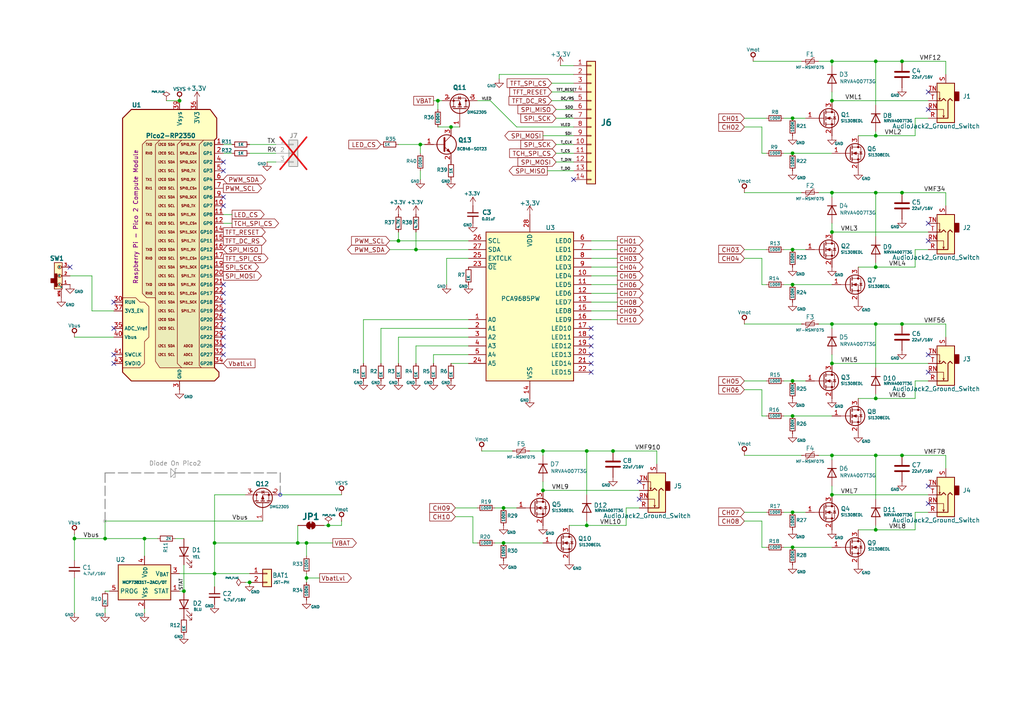
<source format=kicad_sch>
(kicad_sch (version 20250114) (generator "eeschema") (generator_version "9.0")
  (paper "A4")
  (title_block (title "Epoch 3 - Main Board") (date "2026-02-19") (rev "A") (company "by Circuit Monkey") (comment 1 "Haptic Field Emitter"))
  (circle (center 30.48 151.13) (radius 0.4984) (stroke (width 0) (color 194 194 194 0.5)) (fill (type color) (color 194 194 194 0.52)))
  (circle (center 81.28 143.51) (radius 0.4573))
  (text "Diode On Pico2" (at 50.8 134.62 0) (effects (font (size 1.27 1.27))))
  (junction (at 229.87 120.65))
  (junction (at 241.3 143.51))
  (junction (at 130.81 36.83))
  (junction (at 229.87 44.45))
  (junction (at 254 115.57))
  (junction (at 62.23 157.48))
  (junction (at 157.48 142.24))
  (junction (at 229.87 148.59))
  (junction (at 177.8 130.81))
  (junction (at 241.3 55.88))
  (junction (at 157.48 130.81))
  (junction (at 229.87 158.75))
  (junction (at 120.65 72.39))
  (junction (at 241.3 105.41))
  (junction (at 261.62 17.78))
  (junction (at 254 93.98))
  (junction (at 261.62 132.08))
  (junction (at 88.9 167.64))
  (junction (at 261.62 93.98))
  (junction (at 115.57 69.85))
  (junction (at 229.87 110.49))
  (junction (at 52.07 29.21))
  (junction (at 254 39.37))
  (junction (at 229.87 72.39))
  (junction (at 88.9 157.48))
  (junction (at 241.3 93.98))
  (junction (at 72.39 168.91))
  (junction (at 21.59 156.21))
  (junction (at 86.36 157.48))
  (junction (at 254 55.88))
  (junction (at 254 17.78))
  (junction (at 229.87 34.29))
  (junction (at 254 132.08))
  (junction (at 146.05 157.48))
  (junction (at 121.92 41.91))
  (junction (at 30.48 156.21))
  (junction (at 241.3 67.31))
  (junction (at 229.87 82.55))
  (junction (at 170.18 152.4))
  (junction (at 261.62 55.88))
  (junction (at 241.3 29.21))
  (junction (at 241.3 132.08))
  (junction (at 127 29.21))
  (junction (at 53.34 171.45))
  (junction (at 41.91 156.21))
  (junction (at 170.18 130.81))
  (junction (at 254 77.47))
  (junction (at 95.25 152.4))
  (junction (at 62.23 166.37))
  (junction (at 146.05 147.32))
  (junction (at 241.3 17.78))
  (junction (at 254 153.67))
  (no_connect (at 20.32 77.47))
  (no_connect (at 269.24 64.77))
  (no_connect (at 64.77 46.99))
  (no_connect (at 33.02 95.25))
  (no_connect (at 171.45 95.25))
  (no_connect (at 64.77 87.63))
  (no_connect (at 33.02 105.41))
  (no_connect (at 171.45 105.41))
  (no_connect (at 64.77 82.55))
  (no_connect (at 33.02 87.63))
  (no_connect (at 64.77 90.17))
  (no_connect (at 171.45 102.87))
  (no_connect (at 269.24 146.05))
  (no_connect (at 185.42 144.78))
  (no_connect (at 269.24 31.75))
  (no_connect (at 64.77 95.25))
  (no_connect (at 64.77 57.15))
  (no_connect (at 64.77 100.33))
  (no_connect (at 269.24 140.97))
  (no_connect (at 171.45 97.79))
  (no_connect (at 269.24 69.85))
  (no_connect (at 64.77 92.71))
  (no_connect (at 64.77 97.79))
  (no_connect (at 171.45 107.95))
  (no_connect (at 64.77 59.69))
  (no_connect (at 166.37 52.07))
  (no_connect (at 185.42 139.7))
  (no_connect (at 64.77 102.87))
  (no_connect (at 171.45 100.33))
  (no_connect (at 64.77 85.09))
  (no_connect (at 269.24 107.95))
  (no_connect (at 33.02 102.87))
  (no_connect (at 64.77 49.53))
  (no_connect (at 269.24 26.67))
  (no_connect (at 269.24 102.87))
  (wire (pts (xy 170.18 152.4) (xy 181.61 152.4)))
  (wire (pts (xy 93.98 152.4) (xy 95.25 152.4)))
  (wire (pts (xy 220.98 82.55) (xy 222.25 82.55)))
  (wire (pts (xy 157.48 130.81) (xy 157.48 132.08)))
  (wire (pts (xy 62.23 166.37) (xy 62.23 170.18)))
  (wire (pts (xy 254 76.2) (xy 254 77.47)))
  (wire (pts (xy 72.39 41.91) (xy 80.01 41.91)))
  (wire (pts (xy 265.43 115.57) (xy 265.43 110.49)))
  (wire (pts (xy 161.29 46.99) (xy 166.37 46.99)))
  (wire (pts (xy 146.05 147.32) (xy 149.86 147.32)))
  (wire (pts (xy 215.9 110.49) (xy 222.25 110.49)))
  (wire (pts (xy 21.59 177.8) (xy 21.59 167.64)))
  (wire (pts (xy 120.65 67.31) (xy 120.65 72.39)))
  (wire (pts (xy 157.48 39.37) (xy 166.37 39.37)))
  (wire (pts (xy 41.91 156.21) (xy 41.91 161.29)))
  (polyline (pts (xy 50.8 135.89) (xy 51.2321 135.89)) (stroke (width 0) (color 132 132 132 0.77)))
  (wire (pts (xy 254 55.88) (xy 261.62 55.88)))
  (polyline (pts (xy 30.48 137.16) (xy 30.48 151.13)) (stroke (width 0.254) (type dash) (color 132 132 132 0.79)))
  (wire (pts (xy 254 152.4) (xy 254 153.67)))
  (wire (pts (xy 137.16 149.86) (xy 137.16 157.48)))
  (wire (pts (xy 132.08 147.32) (xy 138.43 147.32)))
  (wire (pts (xy 227.33 72.39) (xy 229.87 72.39)))
  (wire (pts (xy 254 38.1) (xy 254 39.37)))
  (wire (pts (xy 171.45 72.39) (xy 179.07 72.39)))
  (wire (pts (xy 220.98 36.83) (xy 220.98 44.45)))
  (wire (pts (xy 161.29 31.75) (xy 166.37 31.75)))
  (wire (pts (xy 241.3 64.77) (xy 241.3 67.31)))
  (wire (pts (xy 30.48 156.21) (xy 41.91 156.21)))
  (wire (pts (xy 237.49 93.98) (xy 241.3 93.98)))
  (wire (pts (xy 88.9 157.48) (xy 96.52 157.48)))
  (wire (pts (xy 30.48 176.53) (xy 30.48 177.8)))
  (wire (pts (xy 52.07 166.37) (xy 62.23 166.37)))
  (wire (pts (xy 64.77 44.45) (xy 67.31 44.45)))
  (wire (pts (xy 20.32 80.01) (xy 26.67 80.01)))
  (wire (pts (xy 113.03 69.85) (xy 115.57 69.85)))
  (wire (pts (xy 254 68.58) (xy 254 55.88)))
  (wire (pts (xy 241.3 55.88) (xy 254 55.88)))
  (wire (pts (xy 237.49 132.08) (xy 241.3 132.08)))
  (wire (pts (xy 76.2 151.13) (xy 30.48 151.13)))
  (wire (pts (xy 67.31 64.77) (xy 64.77 64.77)))
  (wire (pts (xy 71.12 143.51) (xy 62.23 143.51)))
  (wire (pts (xy 254 114.3) (xy 254 115.57)))
  (wire (pts (xy 99.06 152.4) (xy 95.25 152.4)))
  (wire (pts (xy 241.3 17.78) (xy 241.3 19.05)))
  (wire (pts (xy 220.98 44.45) (xy 222.25 44.45)))
  (wire (pts (xy 115.57 69.85) (xy 135.89 69.85)))
  (wire (pts (xy 241.3 55.88) (xy 241.3 57.15)))
  (wire (pts (xy 254 106.68) (xy 254 93.98)))
  (wire (pts (xy 144.78 22.86) (xy 144.78 21.59)))
  (wire (pts (xy 105.41 92.71) (xy 105.41 105.41)))
  (wire (pts (xy 110.49 95.25) (xy 110.49 105.41)))
  (wire (pts (xy 241.3 29.21) (xy 269.24 29.21)))
  (wire (pts (xy 261.62 17.78) (xy 274.32 17.78)))
  (wire (pts (xy 48.26 29.21) (xy 52.07 29.21)))
  (wire (pts (xy 171.45 82.55) (xy 179.07 82.55)))
  (wire (pts (xy 127 29.21) (xy 127 31.75)))
  (wire (pts (xy 165.1 152.4) (xy 170.18 152.4)))
  (wire (pts (xy 229.87 148.59) (xy 233.68 148.59)))
  (wire (pts (xy 254 144.78) (xy 254 132.08)))
  (wire (pts (xy 265.43 148.59) (xy 269.24 148.59)))
  (wire (pts (xy 142.24 29.21) (xy 138.43 29.21)))
  (wire (pts (xy 21.59 156.21) (xy 30.48 156.21)))
  (wire (pts (xy 215.9 72.39) (xy 222.25 72.39)))
  (wire (pts (xy 53.34 163.83) (xy 53.34 171.45)))
  (wire (pts (xy 215.9 132.08) (xy 232.41 132.08)))
  (wire (pts (xy 120.65 100.33) (xy 120.65 105.41)))
  (wire (pts (xy 254 77.47) (xy 265.43 77.47)))
  (wire (pts (xy 171.45 90.17) (xy 179.07 90.17)))
  (wire (pts (xy 171.45 74.93) (xy 179.07 74.93)))
  (wire (pts (xy 88.9 157.48) (xy 88.9 161.29)))
  (polyline (pts (xy 49.53 135.89) (xy 49.53 138.43)) (stroke (width 0) (color 132 132 132 0.77)))
  (wire (pts (xy 215.9 55.88) (xy 232.41 55.88)))
  (wire (pts (xy 64.77 41.91) (xy 67.31 41.91)))
  (polyline (pts (xy 81.28 137.16) (xy 81.28 143.51)) (stroke (width 0.254) (type dash) (color 132 132 132 0.79)))
  (wire (pts (xy 237.49 55.88) (xy 241.3 55.88)))
  (wire (pts (xy 248.92 39.37) (xy 254 39.37)))
  (wire (pts (xy 248.92 115.57) (xy 254 115.57)))
  (wire (pts (xy 21.59 154.94) (xy 21.59 156.21)))
  (wire (pts (xy 99.06 151.13) (xy 99.06 152.4)))
  (wire (pts (xy 115.57 67.31) (xy 115.57 69.85)))
  (wire (pts (xy 143.51 157.48) (xy 146.05 157.48)))
  (wire (pts (xy 215.9 74.93) (xy 220.98 74.93)))
  (wire (pts (xy 123.19 41.91) (xy 121.92 41.91)))
  (wire (pts (xy 121.92 49.53) (xy 121.92 52.07)))
  (polyline (pts (xy 50.8 137.16) (xy 81.28 137.16)) (stroke (width 0.254) (type dash) (color 132 132 132 0.77)))
  (wire (pts (xy 50.8 156.21) (xy 53.34 156.21)))
  (wire (pts (xy 241.3 132.08) (xy 254 132.08)))
  (wire (pts (xy 261.62 55.88) (xy 274.32 55.88)))
  (wire (pts (xy 157.48 130.81) (xy 170.18 130.81)))
  (wire (pts (xy 88.9 167.64) (xy 92.71 167.64)))
  (wire (pts (xy 125.73 29.21) (xy 127 29.21)))
  (polyline (pts (xy 51.2321 135.89) (xy 51.2375 135.8846)) (stroke (width 0) (color 132 132 132 0.77)))
  (wire (pts (xy 130.81 105.41) (xy 135.89 105.41)))
  (wire (pts (xy 170.18 151.13) (xy 170.18 152.4)))
  (wire (pts (xy 215.9 151.13) (xy 220.98 151.13)))
  (wire (pts (xy 142.24 29.21) (xy 149.86 36.83)))
  (wire (pts (xy 161.29 44.45) (xy 166.37 44.45)))
  (wire (pts (xy 215.9 113.03) (xy 220.98 113.03)))
  (wire (pts (xy 265.43 77.47) (xy 265.43 72.39)))
  (wire (pts (xy 21.59 156.21) (xy 21.59 162.56)))
  (wire (pts (xy 149.86 36.83) (xy 166.37 36.83)))
  (wire (pts (xy 86.36 157.48) (xy 88.9 157.48)))
  (wire (pts (xy 215.9 34.29) (xy 222.25 34.29)))
  (wire (pts (xy 265.43 39.37) (xy 265.43 34.29)))
  (wire (pts (xy 115.57 97.79) (xy 115.57 105.41)))
  (wire (pts (xy 62.23 143.51) (xy 62.23 157.48)))
  (wire (pts (xy 241.3 93.98) (xy 241.3 95.25)))
  (wire (pts (xy 227.33 158.75) (xy 229.87 158.75)))
  (polyline (pts (xy 49.53 135.89) (xy 50.8 137.16)) (stroke (width 0) (color 132 132 132 0.77)))
  (wire (pts (xy 26.67 90.17) (xy 33.02 90.17)))
  (wire (pts (xy 171.45 69.85) (xy 179.07 69.85)))
  (wire (pts (xy 241.3 93.98) (xy 254 93.98)))
  (wire (pts (xy 227.33 120.65) (xy 229.87 120.65)))
  (wire (pts (xy 121.92 41.91) (xy 121.92 44.45)))
  (wire (pts (xy 52.07 171.45) (xy 53.34 171.45)))
  (wire (pts (xy 218.44 17.78) (xy 232.41 17.78)))
  (wire (pts (xy 139.7 130.81) (xy 148.59 130.81)))
  (wire (pts (xy 171.45 85.09) (xy 179.07 85.09)))
  (wire (pts (xy 171.45 77.47) (xy 179.07 77.47)))
  (wire (pts (xy 254 17.78) (xy 261.62 17.78)))
  (wire (pts (xy 227.33 44.45) (xy 229.87 44.45)))
  (wire (pts (xy 177.8 130.81) (xy 190.5 130.81)))
  (wire (pts (xy 248.92 77.47) (xy 254 77.47)))
  (wire (pts (xy 41.91 177.8) (xy 41.91 176.53)))
  (wire (pts (xy 160.02 24.13) (xy 166.37 24.13)))
  (wire (pts (xy 254 39.37) (xy 265.43 39.37)))
  (wire (pts (xy 241.3 105.41) (xy 269.24 105.41)))
  (wire (pts (xy 261.62 93.98) (xy 274.32 93.98)))
  (wire (pts (xy 229.87 158.75) (xy 241.3 158.75)))
  (wire (pts (xy 132.08 149.86) (xy 137.16 149.86)))
  (wire (pts (xy 227.33 110.49) (xy 229.87 110.49)))
  (wire (pts (xy 274.32 93.98) (xy 274.32 97.79)))
  (wire (pts (xy 130.81 36.83) (xy 133.35 36.83)))
  (wire (pts (xy 215.9 148.59) (xy 222.25 148.59)))
  (wire (pts (xy 229.87 120.65) (xy 241.3 120.65)))
  (wire (pts (xy 135.89 92.71) (xy 105.41 92.71)))
  (wire (pts (xy 21.59 97.79) (xy 33.02 97.79)))
  (wire (pts (xy 261.62 132.08) (xy 274.32 132.08)))
  (wire (pts (xy 254 115.57) (xy 265.43 115.57)))
  (wire (pts (xy 170.18 143.51) (xy 170.18 130.81)))
  (wire (pts (xy 220.98 74.93) (xy 220.98 82.55)))
  (wire (pts (xy 254 93.98) (xy 261.62 93.98)))
  (polyline (pts (xy 30.48 137.16) (xy 49.53 137.16)) (stroke (width 0.254) (type dash) (color 132 132 132 0.77)))
  (polyline (pts (xy 50.8 138.43) (xy 50.2973 138.43)) (stroke (width 0) (color 132 132 132 0.77)))
  (wire (pts (xy 41.91 156.21) (xy 45.72 156.21)))
  (wire (pts (xy 241.3 67.31) (xy 269.24 67.31)))
  (wire (pts (xy 265.43 110.49) (xy 269.24 110.49)))
  (wire (pts (xy 72.39 44.45) (xy 80.01 44.45)))
  (wire (pts (xy 248.92 153.67) (xy 254 153.67)))
  (wire (pts (xy 274.32 17.78) (xy 274.32 21.59)))
  (wire (pts (xy 161.29 34.29) (xy 166.37 34.29)))
  (wire (pts (xy 220.98 158.75) (xy 222.25 158.75)))
  (wire (pts (xy 62.23 166.37) (xy 62.23 157.48)))
  (wire (pts (xy 161.29 41.91) (xy 166.37 41.91)))
  (wire (pts (xy 220.98 120.65) (xy 222.25 120.65)))
  (wire (pts (xy 67.31 62.23) (xy 64.77 62.23)))
  (wire (pts (xy 157.48 142.24) (xy 185.42 142.24)))
  (wire (pts (xy 158.75 49.53) (xy 166.37 49.53)))
  (wire (pts (xy 190.5 130.81) (xy 190.5 134.62)))
  (wire (pts (xy 88.9 166.37) (xy 88.9 167.64)))
  (wire (pts (xy 241.3 102.87) (xy 241.3 105.41)))
  (wire (pts (xy 265.43 153.67) (xy 265.43 148.59)))
  (wire (pts (xy 153.67 130.81) (xy 157.48 130.81)))
  (wire (pts (xy 135.89 97.79) (xy 115.57 97.79)))
  (wire (pts (xy 135.89 102.87) (xy 125.73 102.87)))
  (wire (pts (xy 157.48 139.7) (xy 157.48 142.24)))
  (wire (pts (xy 265.43 34.29) (xy 269.24 34.29)))
  (wire (pts (xy 265.43 72.39) (xy 269.24 72.39)))
  (wire (pts (xy 215.9 93.98) (xy 232.41 93.98)))
  (wire (pts (xy 80.01 46.99) (xy 77.47 46.99)))
  (wire (pts (xy 237.49 17.78) (xy 241.3 17.78)))
  (wire (pts (xy 229.87 44.45) (xy 241.3 44.45)))
  (wire (pts (xy 31.75 171.45) (xy 30.48 171.45)))
  (wire (pts (xy 181.61 152.4) (xy 181.61 147.32)))
  (wire (pts (xy 215.9 36.83) (xy 220.98 36.83)))
  (wire (pts (xy 229.87 110.49) (xy 233.68 110.49)))
  (wire (pts (xy 137.16 157.48) (xy 138.43 157.48)))
  (wire (pts (xy 241.3 140.97) (xy 241.3 143.51)))
  (wire (pts (xy 220.98 113.03) (xy 220.98 120.65)))
  (wire (pts (xy 170.18 130.81) (xy 177.8 130.81)))
  (polyline (pts (xy 50.2963 138.429) (xy 50.2973 138.43)) (stroke (width 0) (color 132 132 132 0.77)))
  (wire (pts (xy 254 132.08) (xy 261.62 132.08)))
  (wire (pts (xy 227.33 82.55) (xy 229.87 82.55)))
  (wire (pts (xy 144.78 21.59) (xy 166.37 21.59)))
  (wire (pts (xy 241.3 17.78) (xy 254 17.78)))
  (wire (pts (xy 160.02 26.67) (xy 166.37 26.67)))
  (wire (pts (xy 220.98 151.13) (xy 220.98 158.75)))
  (wire (pts (xy 26.67 80.01) (xy 26.67 90.17)))
  (wire (pts (xy 254 30.48) (xy 254 17.78)))
  (wire (pts (xy 229.87 72.39) (xy 233.68 72.39)))
  (wire (pts (xy 113.03 72.39) (xy 120.65 72.39)))
  (wire (pts (xy 125.73 102.87) (xy 125.73 105.41)))
  (wire (pts (xy 88.9 167.64) (xy 88.9 168.91)))
  (wire (pts (xy 120.65 72.39) (xy 135.89 72.39)))
  (wire (pts (xy 135.89 95.25) (xy 110.49 95.25)))
  (wire (pts (xy 160.02 29.21) (xy 166.37 29.21)))
  (wire (pts (xy 227.33 34.29) (xy 229.87 34.29)))
  (wire (pts (xy 229.87 82.55) (xy 241.3 82.55)))
  (wire (pts (xy 86.36 152.4) (xy 86.36 157.48)))
  (polyline (pts (xy 49.53 138.43) (xy 50.8 137.16)) (stroke (width 0) (color 132 132 132 0.77)))
  (wire (pts (xy 129.54 74.93) (xy 129.54 82.55)))
  (wire (pts (xy 171.45 87.63) (xy 179.07 87.63)))
  (wire (pts (xy 241.3 143.51) (xy 269.24 143.51)))
  (polyline (pts (xy 50.8 135.89) (xy 50.8 138.43)) (stroke (width 0) (color 132 132 132 0.77)))
  (wire (pts (xy 127 36.83) (xy 130.81 36.83)))
  (wire (pts (xy 135.89 74.93) (xy 129.54 74.93)))
  (wire (pts (xy 143.51 147.32) (xy 146.05 147.32)))
  (wire (pts (xy 171.45 92.71) (xy 179.07 92.71)))
  (wire (pts (xy 72.39 166.37) (xy 62.23 166.37)))
  (wire (pts (xy 62.23 157.48) (xy 86.36 157.48)))
  (wire (pts (xy 227.33 148.59) (xy 229.87 148.59)))
  (wire (pts (xy 241.3 132.08) (xy 241.3 133.35)))
  (wire (pts (xy 71.12 168.91) (xy 72.39 168.91)))
  (wire (pts (xy 274.32 132.08) (xy 274.32 135.89)))
  (wire (pts (xy 121.92 41.91) (xy 115.57 41.91)))
  (wire (pts (xy 135.89 100.33) (xy 120.65 100.33)))
  (wire (pts (xy 171.45 80.01) (xy 179.07 80.01)))
  (wire (pts (xy 181.61 147.32) (xy 185.42 147.32)))
  (wire (pts (xy 229.87 34.29) (xy 233.68 34.29)))
  (wire (pts (xy 30.48 151.13) (xy 30.48 156.21)))
  (wire (pts (xy 81.28 143.51) (xy 99.06 143.51)))
  (wire (pts (xy 146.05 157.48) (xy 157.48 157.48)))
  (wire (pts (xy 127 29.21) (xy 128.27 29.21)))
  (wire (pts (xy 241.3 26.67) (xy 241.3 29.21)))
  (wire (pts (xy 254 153.67) (xy 265.43 153.67)))
  (wire (pts (xy 274.32 55.88) (xy 274.32 59.69)))
  (wire (pts (xy 162.56 19.05) (xy 166.37 19.05)))
  (label "SCK" (at 163.83 34.29 0) (effects (font (size 0.762 0.762))))
  (label "Vbus" (at 24.13 156.21 0))
  (label "TX" (at 77.47 41.91 0))
  (label "VML6" (at 257.81 115.57 0))
  (label "VMF56" (at 267.97 93.98 0))
  (label "SDI" (at 163.83 39.37 0) (effects (font (size 0.762 0.762))))
  (label "VMF12" (at 266.7 17.78 0))
  (label "VML3" (at 243.84 67.31 0))
  (label "T_CLK" (at 162.56 41.91 0) (effects (font (size 0.762 0.762))))
  (label "VMF910" (at 184.15 130.81 0))
  (label "VML2" (at 256.54 39.37 0))
  (label "DC{slash}RS" (at 162.56 29.21 0) (effects (font (size 0.762 0.762))))
  (label "VML4" (at 257.81 77.47 0))
  (label "Vbus" (at 67.31 151.13 0))
  (label "VMF34" (at 267.97 55.88 0))
  (label "SDO" (at 163.83 31.75 0) (effects (font (size 0.762 0.762))))
  (label "T_DO" (at 162.56 49.53 0) (effects (font (size 0.762 0.762))))
  (label "VML9" (at 160.02 142.24 0))
  (label "VMF78" (at 267.97 132.08 0))
  (label "VML1" (at 245.11 29.21 0))
  (label "VML8" (at 257.81 153.67 0))
  (label "STAT" (at 53.34 167.64 270) (effects (font (size 1 1))))
  (label "RX" (at 77.47 44.45 0))
  (label "VML10" (at 173.99 152.4 0))
  (label "T_CS" (at 162.56 44.45 0) (effects (font (size 0.762 0.762))))
  (label "VLED" (at 139.7 29.21 0) (effects (font (size 0.762 0.762))))
  (label "VLED" (at 162.56 36.83 0) (effects (font (size 0.762 0.762))))
  (label "VML5" (at 243.84 105.41 0))
  (label "VML7" (at 243.84 143.51 0))
  (label "T_DIN" (at 162.56 46.99 0) (effects (font (size 0.762 0.762))))
  (label "TFT_RESET" (at 161.29 26.67 0) (effects (font (size 0.762 0.762))))
  (global_label "CH08" (shape input) (at 215.9 151.13 180) (property "Intersheetrefs" "${INTERSHEET_REFS}" (effects (hide yes))))
  (global_label "CH06" (shape input) (at 215.9 113.03 180) (property "Intersheetrefs" "${INTERSHEET_REFS}" (effects (hide yes))))
  (global_label "SPI_MOSI" (shape input) (at 161.29 46.99 180) (property "Intersheetrefs" "${INTERSHEET_REFS}" (effects (hide yes))))
  (global_label "TFT_DC_RS" (shape output) (at 64.77 69.85 0) (property "Intersheetrefs" "${INTERSHEET_REFS}" (effects (hide yes))))
  (global_label "SPI_SCK" (shape input) (at 161.29 41.91 180) (property "Intersheetrefs" "${INTERSHEET_REFS}" (effects (hide yes))))
  (global_label "SPI_MISO" (shape output) (at 158.75 49.53 180) (property "Intersheetrefs" "${INTERSHEET_REFS}" (effects (hide yes))))
  (global_label "CH08" (shape output) (at 179.07 87.63 0) (property "Intersheetrefs" "${INTERSHEET_REFS}" (effects (hide yes))))
  (global_label "CH01" (shape input) (at 215.9 34.29 180) (property "Intersheetrefs" "${INTERSHEET_REFS}" (effects (hide yes))))
  (global_label "SPI_SCK" (shape output) (at 64.77 77.47 0) (property "Intersheetrefs" "${INTERSHEET_REFS}" (effects (hide yes))))
  (global_label "CH05" (shape output) (at 179.07 80.01 0) (property "Intersheetrefs" "${INTERSHEET_REFS}" (effects (hide yes))))
  (global_label "SPI_SCK" (shape input) (at 161.29 34.29 180) (property "Intersheetrefs" "${INTERSHEET_REFS}" (effects (hide yes))))
  (global_label "SPI_MOSI" (shape output) (at 64.77 80.01 0) (property "Intersheetrefs" "${INTERSHEET_REFS}" (effects (hide yes))))
  (global_label "TFT_RESET" (shape output) (at 64.77 67.31 0) (property "Intersheetrefs" "${INTERSHEET_REFS}" (effects (hide yes))))
  (global_label "TCH_SPI_CS" (shape output) (at 67.31 64.77 0) (property "Intersheetrefs" "${INTERSHEET_REFS}" (effects (hide yes))))
  (global_label "SPI_MOSI" (shape output) (at 157.48 39.37 180) (property "Intersheetrefs" "${INTERSHEET_REFS}" (effects (hide yes))))
  (global_label "VbatLvl" (shape output) (at 92.71 167.64 0) (property "Intersheetrefs" "${INTERSHEET_REFS}" (effects (hide yes))))
  (global_label "CH03" (shape input) (at 215.9 72.39 180) (property "Intersheetrefs" "${INTERSHEET_REFS}" (effects (hide yes))))
  (global_label "CH03" (shape output) (at 179.07 74.93 0) (property "Intersheetrefs" "${INTERSHEET_REFS}" (effects (hide yes))))
  (global_label "CH01" (shape output) (at 179.07 69.85 0) (property "Intersheetrefs" "${INTERSHEET_REFS}" (effects (hide yes))))
  (global_label "PWM_SDA" (shape bidirectional) (at 64.77 52.07 0) (property "Intersheetrefs" "${INTERSHEET_REFS}" (effects (hide yes))))
  (global_label "TFT_DC_RS" (shape input) (at 160.02 29.21 180) (property "Intersheetrefs" "${INTERSHEET_REFS}" (effects (hide yes))))
  (global_label "CH07" (shape output) (at 179.07 85.09 0) (property "Intersheetrefs" "${INTERSHEET_REFS}" (effects (hide yes))))
  (global_label "TFT_SPI_CS" (shape input) (at 160.02 24.13 180) (property "Intersheetrefs" "${INTERSHEET_REFS}" (effects (hide yes))))
  (global_label "CH10" (shape input) (at 132.08 149.86 180) (property "Intersheetrefs" "${INTERSHEET_REFS}" (effects (hide yes))))
  (global_label "LED_CS" (shape output) (at 67.31 62.23 0) (property "Intersheetrefs" "${INTERSHEET_REFS}" (effects (hide yes))))
  (global_label "CH02" (shape input) (at 215.9 36.83 180) (property "Intersheetrefs" "${INTERSHEET_REFS}" (effects (hide yes))))
  (global_label "CH09" (shape input) (at 132.08 147.32 180) (property "Intersheetrefs" "${INTERSHEET_REFS}" (effects (hide yes))))
  (global_label "CH09" (shape output) (at 179.07 90.17 0) (property "Intersheetrefs" "${INTERSHEET_REFS}" (effects (hide yes))))
  (global_label "VBAT" (shape passive) (at 125.73 29.21 180) (property "Intersheetrefs" "${INTERSHEET_REFS}" (effects (hide yes))))
  (global_label "CH06" (shape output) (at 179.07 82.55 0) (property "Intersheetrefs" "${INTERSHEET_REFS}" (effects (hide yes))))
  (global_label "VBAT" (shape output) (at 96.52 157.48 0) (property "Intersheetrefs" "${INTERSHEET_REFS}" (effects (hide yes))))
  (global_label "TFT_RESET" (shape input) (at 160.02 26.67 180) (property "Intersheetrefs" "${INTERSHEET_REFS}" (effects (hide yes))))
  (global_label "CH05" (shape input) (at 215.9 110.49 180) (property "Intersheetrefs" "${INTERSHEET_REFS}" (effects (hide yes))))
  (global_label "CH04" (shape input) (at 215.9 74.93 180) (property "Intersheetrefs" "${INTERSHEET_REFS}" (effects (hide yes))))
  (global_label "SPI_MISO" (shape input) (at 161.29 31.75 180) (property "Intersheetrefs" "${INTERSHEET_REFS}" (effects (hide yes))))
  (global_label "CH02" (shape output) (at 179.07 72.39 0) (property "Intersheetrefs" "${INTERSHEET_REFS}" (effects (hide yes))))
  (global_label "TCH_SPI_CS" (shape input) (at 161.29 44.45 180) (property "Intersheetrefs" "${INTERSHEET_REFS}" (effects (hide yes))))
  (global_label "CH07" (shape input) (at 215.9 148.59 180) (property "Intersheetrefs" "${INTERSHEET_REFS}" (effects (hide yes))))
  (global_label "CH10" (shape output) (at 179.07 92.71 0) (property "Intersheetrefs" "${INTERSHEET_REFS}" (effects (hide yes))))
  (global_label "VbatLvl" (shape input) (at 64.77 105.41 0) (property "Intersheetrefs" "${INTERSHEET_REFS}" (effects (hide yes))))
  (global_label "SPI_MISO" (shape input) (at 64.77 72.39 0) (property "Intersheetrefs" "${INTERSHEET_REFS}" (effects (hide yes))))
  (global_label "TFT_SPI_CS" (shape output) (at 64.77 74.93 0) (property "Intersheetrefs" "${INTERSHEET_REFS}" (effects (hide yes))))
  (global_label "PWM_SCL" (shape output) (at 64.77 54.61 0) (property "Intersheetrefs" "${INTERSHEET_REFS}" (effects (hide yes))))
  (global_label "LED_CS" (shape input) (at 110.49 41.91 180) (property "Intersheetrefs" "${INTERSHEET_REFS}" (effects (hide yes))))
  (global_label "PWM_SCL" (shape input) (at 113.03 69.85 180) (property "Intersheetrefs" "${INTERSHEET_REFS}" (effects (hide yes))))
  (global_label "CH04" (shape output) (at 179.07 77.47 0) (property "Intersheetrefs" "${INTERSHEET_REFS}" (effects (hide yes))))
  (global_label "PWM_SDA" (shape bidirectional) (at 113.03 72.39 180) (property "Intersheetrefs" "${INTERSHEET_REFS}" (effects (hide yes))))
  (symbol (lib_id "Transistor_FET:Si1308EDL") (at 246.38 82.55 0) (unit 1)
    (property "Reference" "Q7" (at 251.46 81.28 0) (effects (justify left)))
    (property "Value" "Si1308EDL" (at 251.714 83.058 0) (effects (font (size 0.8 0.8)) (justify left)))
    (property "Footprint" "Package_TO_SOT_SMD:SOT-323_SC-70" (effects (hide yes)))
    (property "Datasheet" "https://www.vishay.com/docs/63399/si1308edl.pdf" (effects (hide yes)))
    (property "Description" "30V Vds, 1.4A Id, N-Channel MOSFET, SC-70" (effects (hide yes)))
  )
  (symbol (lib_id "power:GND") (at 165.1 162.56 0) (unit 1)
    (property "Reference" "#PWR047" (effects (hide yes)))
    (property "Value" "GND" (at 167.386 164.846 0) (effects (font (size 0.8 0.8))))
    (property "Description" "Power symbol creates a global label with name \"GND\" , ground" (effects (hide yes)))
  )
  (symbol (lib_id "power:GND") (at 20.32 82.55 0) (unit 1)
    (property "Reference" "#PWR059" (effects (hide yes)))
    (property "Value" "GND" (at 21.59 84.582 0) (effects (font (size 0.8 0.8)) (justify left)))
    (property "Description" "Power symbol creates a global label with name \"GND\" , ground" (effects (hide yes)))
  )
  (symbol (lib_id "Transistor_FET:Si1308EDL") (at 246.38 44.45 0) (unit 1)
    (property "Reference" "Q6" (at 251.46 43.18 0) (effects (justify left)))
    (property "Value" "Si1308EDL" (at 251.714 44.958 0) (effects (font (size 0.8 0.8)) (justify left)))
    (property "Footprint" "Package_TO_SOT_SMD:SOT-323_SC-70" (effects (hide yes)))
    (property "Datasheet" "https://www.vishay.com/docs/63399/si1308edl.pdf" (effects (hide yes)))
    (property "Description" "30V Vds, 1.4A Id, N-Channel MOSFET, SC-70" (effects (hide yes)))
  )
  (symbol (lib_id "Transistor_FET:Si1308EDL") (at 238.76 110.49 0) (unit 1)
    (property "Reference" "Q3" (at 243.84 109.474 0) (effects (justify left)))
    (property "Value" "Si1308EDL" (at 243.84 111.252 0) (effects (font (size 0.8 0.8)) (justify left)))
    (property "Footprint" "Package_TO_SOT_SMD:SOT-323_SC-70" (effects (hide yes)))
    (property "Datasheet" "https://www.vishay.com/docs/63399/si1308edl.pdf" (effects (hide yes)))
    (property "Description" "30V Vds, 1.4A Id, N-Channel MOSFET, SC-70" (effects (hide yes)))
  )
  (symbol (lib_id "Device:R_Small") (at 146.05 160.02 0) (unit 1)
    (property "Reference" "R30" (at 147.066 159.766 0) (effects (font (size 1.016 1.016)) (justify left)))
    (property "Value" "100K" (at 146.05 161.544 90) (effects (font (size 0.8 0.8)) (justify left)))
    (property "Footprint" "Resistor_SMD:R_0603_1608Metric" (effects (hide yes)))
    (property "Description" "Resistor, small symbol" (effects (hide yes)))
  )
  (symbol (lib_id "power:+3.3V") (at 137.16 59.69 0) (unit 1)
    (property "Reference" "#PWR028" (effects (hide yes)))
    (property "Value" "+3.3V" (at 136.906 56.134 0) (effects (font (size 1.016 1.016))))
    (property "Description" "Power symbol creates a global label with name \"+3.3V\"" (effects (hide yes)))
  )
  (symbol (lib_id "Device:R_Small") (at 48.26 156.21 90) (mirror x) (unit 1)
    (property "Reference" "R11" (at 48.006 157.226 0) (effects (font (size 1.016 1.016)) (justify left)))
    (property "Value" "2K" (at 49.784 156.21 90) (effects (font (size 0.8 0.8)) (justify left)))
    (property "Footprint" "Resistor_SMD:R_0603_1608Metric" (effects (hide yes)))
    (property "Description" "Resistor, small symbol" (effects (hide yes)))
  )
  (symbol (lib_id "Device:C") (at 177.8 134.62 0) (unit 1)
    (property "Reference" "C8" (at 180.594 133.604 0) (effects (justify left)))
    (property "Value" "22uF/16V" (at 180.594 135.382 0) (effects (font (size 0.8 0.8)) (justify left)))
    (property "Footprint" "Capacitor_SMD:C_1812_4532Metric" (effects (hide yes)))
    (property "Description" "Unpolarized capacitor" (effects (hide yes)))
  )
  (symbol (lib_id "Device:R_Small") (at 229.87 151.13 0) (unit 1)
    (property "Reference" "R27" (at 230.886 150.876 0) (effects (font (size 1.016 1.016)) (justify left)))
    (property "Value" "100K" (at 229.87 152.654 90) (effects (font (size 0.8 0.8)) (justify left)))
    (property "Footprint" "Resistor_SMD:R_0603_1608Metric" (effects (hide yes)))
    (property "Description" "Resistor, small symbol" (effects (hide yes)))
  )
  (symbol (lib_id "power:GND") (at 229.87 39.37 0) (unit 1)
    (property "Reference" "#PWR020" (effects (hide yes)))
    (property "Value" "GND" (at 232.156 41.402 0) (effects (font (size 0.8 0.8))))
    (property "Description" "Power symbol creates a global label with name \"GND\" , ground" (effects (hide yes)))
  )
  (symbol (lib_id "Device:R_Small") (at 113.03 41.91 270) (mirror x) (unit 1)
    (property "Reference" "R35" (at 113.284 40.894 90) (effects (font (size 1.016 1.016)) (justify top)))
    (property "Value" "1K" (at 111.506 41.91 90) (effects (font (size 0.8 0.8)) (justify left)))
    (property "Footprint" "Resistor_SMD:R_0603_1608Metric" (effects (hide yes)))
    (property "Description" "Resistor, small symbol" (effects (hide yes)))
  )
  (symbol (lib_id "power:GND") (at 261.62 139.7 0) (unit 1)
    (property "Reference" "#PWR043" (effects (hide yes)))
    (property "Value" "GND" (at 259.588 141.986 0) (effects (font (size 0.8 0.8))))
    (property "Description" "Power symbol creates a global label with name \"GND\" , ground" (effects (hide yes)))
  )
  (symbol (lib_id "CM_power:VMOT") (at 139.7 130.81 0) (unit 1)
    (property "Reference" "#PWR052" (effects (hide yes)))
    (property "Value" "Vmot" (at 139.7 128.016 0) (effects (font (size 1 1)) (justify bottom)))
    (property "Description" "Power symbol creates a global label with name \"Vmot\"" (effects (hide yes)))
  )
  (symbol (lib_id "Diode:NRVA4007T3G") (at 254 34.29 270) (unit 1)
    (property "Reference" "D8" (at 256.032 33.528 90) (effects (justify left)))
    (property "Value" "NRVA4007T3G" (at 256.286 35.052 90) (effects (font (size 0.8 0.8)) (justify left)))
    (property "Footprint" "Diode_SMD:D_SMA" (effects (hide yes)))
    (property "Datasheet" "http://www.onsemi.com/pub_link/Collateral/MRA4003T3-D.PDF" (effects (hide yes)))
    (property "Description" "1000V, 1A, General Purpose Rectifier Diode, SMA(DO-214AC)" (effects (hide yes)))
    (property "Sim.Device" "D" (effects (hide yes)))
    (property "Sim.Pins" "1=K 2=A" (effects (hide yes)))
  )
  (symbol (lib_id "Connector_Audio:AudioJack2_Ground_Switch") (at 190.5 142.24 180) (unit 1)
    (property "Reference" "J5" (at 196.596 140.97 0))
    (property "Value" "AudioJack2_Ground_Switch" (at 187.706 149.606 0))
    (property "Footprint" "CM_Connector_Audio:Jack_3.5mm_TRS_Tayda A-4780-Horizontal" (effects (hide yes)))
    (property "Description" "Audio Jack, 2 Poles (Mono / TS), Grounded Sleeve, Switched Pole (Normalling)" (effects (hide yes)))
  )
  (symbol (lib_id "Device:Polyfuse_Small") (at 234.95 17.78 90) (unit 1)
    (property "Reference" "F1" (at 234.95 15.748 90))
    (property "Value" "MF-MSMF075" (at 234.95 19.558 90) (effects (font (size 0.8 0.8))))
    (property "Footprint" "Resistor_SMD:R_1812_4532Metric" (effects (hide yes)))
    (property "Description" "Resettable fuse, polymeric positive temperature coefficient, small symbol" (effects (hide yes)))
  )
  (symbol (lib_id "Diode:NRVA4007T3G") (at 254 110.49 270) (unit 1)
    (property "Reference" "D10" (at 256.032 109.728 90) (effects (justify left)))
    (property "Value" "NRVA4007T3G" (at 256.286 111.252 90) (effects (font (size 0.8 0.8)) (justify left)))
    (property "Footprint" "Diode_SMD:D_SMA" (effects (hide yes)))
    (property "Datasheet" "http://www.onsemi.com/pub_link/Collateral/MRA4003T3-D.PDF" (effects (hide yes)))
    (property "Description" "1000V, 1A, General Purpose Rectifier Diode, SMA(DO-214AC)" (effects (hide yes)))
    (property "Sim.Device" "D" (effects (hide yes)))
    (property "Sim.Pins" "1=K 2=A" (effects (hide yes)))
  )
  (symbol (lib_id "Device:R_Small") (at 30.48 173.99 0) (mirror y) (unit 1)
    (property "Reference" "R10" (at 29.464 173.736 0) (effects (font (size 1.016 1.016)) (justify left)))
    (property "Value" "2K" (at 30.48 175.514 90) (effects (font (size 0.8 0.8)) (justify left)))
    (property "Footprint" "Resistor_SMD:R_0603_1608Metric" (effects (hide yes)))
    (property "Description" "Resistor, small symbol" (effects (hide yes)))
  )
  (symbol (lib_id "power:GND") (at 62.23 175.26 0) (mirror y) (unit 1)
    (property "Reference" "#PWR021" (effects (hide yes)))
    (property "Value" "GND" (at 60.706 175.768 0) (effects (font (size 0.8 0.8))))
    (property "Description" "Power symbol creates a global label with name \"GND\" , ground" (effects (hide yes)))
  )
  (symbol (lib_id "Device:R_Small") (at 224.79 110.49 90) (unit 1)
    (property "Reference" "R15" (at 224.79 108.712 90) (effects (font (size 1.016 1.016))))
    (property "Value" "100R" (at 224.79 110.49 90) (effects (font (size 0.8 0.8))))
    (property "Footprint" "Resistor_SMD:R_0603_1608Metric" (effects (hide yes)))
    (property "Description" "Resistor, small symbol" (effects (hide yes)))
  )
  (symbol (lib_id "power:GND") (at 229.87 153.67 0) (unit 1)
    (property "Reference" "#PWR031" (effects (hide yes)))
    (property "Value" "GND" (at 232.156 155.702 0) (effects (font (size 0.8 0.8))))
    (property "Description" "Power symbol creates a global label with name \"GND\" , ground" (effects (hide yes)))
  )
  (symbol (lib_id "Device:C_Small") (at 62.23 172.72 0) (unit 1)
    (property "Reference" "C2" (at 64.516 172.212 0) (effects (justify left)))
    (property "Value" "4.7uF/16V" (at 64.77 173.9963 0) (effects (font (size 0.8 0.8)) (justify left)))
    (property "Footprint" "Capacitor_SMD:C_0603_1608Metric" (effects (hide yes)))
    (property "Description" "Unpolarized capacitor, small symbol" (effects (hide yes)))
  )
  (symbol (lib_id "Device:Polyfuse_Small") (at 234.95 132.08 90) (unit 1)
    (property "Reference" "F4" (at 234.95 130.048 90))
    (property "Value" "MF-MSMF075" (at 234.95 133.858 90) (effects (font (size 0.8 0.8))))
    (property "Footprint" "Resistor_SMD:R_1812_4532Metric" (effects (hide yes)))
    (property "Description" "Resettable fuse, polymeric positive temperature coefficient, small symbol" (effects (hide yes)))
  )
  (symbol (lib_id "Device:R_Small") (at 135.89 80.01 0) (mirror y) (unit 1)
    (property "Reference" "R7" (at 134.874 79.756 0) (effects (font (size 1.016 1.016)) (justify left)))
    (property "Value" "1K" (at 135.89 81.534 90) (effects (font (size 0.8 0.8)) (justify left)))
    (property "Footprint" "Resistor_SMD:R_0603_1608Metric" (effects (hide yes)))
    (property "Description" "Resistor, small symbol" (effects (hide yes)))
  )
  (symbol (lib_id "power:PWR_FLAG") (at 71.12 168.91 90) (unit 1)
    (property "Reference" "#FLG03" (effects (hide yes)))
    (property "Value" "PWR_FLAG" (at 67.31 167.64 90) (effects (font (size 0.508 0.508))))
    (property "Description" "Special symbol for telling ERC where power comes from" (effects (hide yes)))
  )
  (symbol (lib_id "Diode:NRVA4007T3G") (at 241.3 137.16 270) (unit 1)
    (property "Reference" "D6" (at 243.332 135.89 90) (effects (justify left)))
    (property "Value" "NRVA4007T3G" (at 243.586 137.922 90) (effects (font (size 1 1)) (justify left)))
    (property "Footprint" "Diode_SMD:D_SMA" (effects (hide yes)))
    (property "Datasheet" "http://www.onsemi.com/pub_link/Collateral/MRA4003T3-D.PDF" (effects (hide yes)))
    (property "Description" "1000V, 1A, General Purpose Rectifier Diode, SMA(DO-214AC)" (effects (hide yes)))
    (property "Sim.Device" "D" (effects (hide yes)))
    (property "Sim.Pins" "1=K 2=A" (effects (hide yes)))
  )
  (symbol (lib_id "power:GND") (at 110.49 110.49 0) (mirror y) (unit 1)
    (property "Reference" "#PWR02" (effects (hide yes)))
    (property "Value" "GND" (at 108.966 110.998 0) (effects (font (size 0.8 0.8))))
    (property "Description" "Power symbol creates a global label with name \"GND\" , ground" (effects (hide yes)))
  )
  (symbol (lib_id "Device:R_Small") (at 229.87 123.19 0) (unit 1)
    (property "Reference" "R26" (at 230.886 122.936 0) (effects (font (size 1.016 1.016)) (justify left)))
    (property "Value" "100K" (at 229.87 124.714 90) (effects (font (size 0.8 0.8)) (justify left)))
    (property "Footprint" "Resistor_SMD:R_0603_1608Metric" (effects (hide yes)))
    (property "Description" "Resistor, small symbol" (effects (hide yes)))
  )
  (symbol (lib_id "power:GND") (at 135.89 82.55 0) (mirror y) (unit 1)
    (property "Reference" "#PWR09" (effects (hide yes)))
    (property "Value" "GND" (at 134.366 83.058 0) (effects (font (size 0.8 0.8))))
    (property "Description" "Power symbol creates a global label with name \"GND\" , ground" (effects (hide yes)))
  )
  (symbol (lib_id "power:GND") (at 121.92 52.07 0) (mirror y) (unit 1)
    (property "Reference" "#PWR064" (effects (hide yes)))
    (property "Value" "GND" (at 120.396 52.578 0) (effects (font (size 0.8 0.8))))
    (property "Description" "Power symbol creates a global label with name \"GND\" , ground" (effects (hide yes)))
  )
  (symbol (lib_id "Device:R_Small") (at 127 34.29 0) (mirror y) (unit 1)
    (property "Reference" "R36" (at 125.984 34.036 0) (effects (font (size 1.016 1.016)) (justify left)))
    (property "Value" "100K" (at 127 35.814 90) (effects (font (size 0.8 0.8)) (justify left)))
    (property "Footprint" "Resistor_SMD:R_0603_1608Metric" (effects (hide yes)))
    (property "Description" "Resistor, small symbol" (effects (hide yes)))
  )
  (symbol (lib_id "Device:LED") (at 53.34 160.02 90) (unit 1)
    (property "Reference" "D1" (at 55.626 159.512 90) (effects (justify right)))
    (property "Value" "YEL" (at 55.88 161.544 90) (effects (font (size 0.8 0.8)) (justify right)))
    (property "Footprint" "LED_SMD:LED_0603_1608Metric" (effects (hide yes)))
    (property "Description" "Light emitting diode" (effects (hide yes)))
    (property "Sim.Pins" "1=K 2=A" (effects (hide yes)))
  )
  (symbol (lib_id "Device:R_Small") (at 224.79 148.59 90) (unit 1)
    (property "Reference" "R17" (at 224.79 146.812 90) (effects (font (size 1.016 1.016))))
    (property "Value" "100R" (at 224.79 148.59 90) (effects (font (size 0.8 0.8))))
    (property "Footprint" "Resistor_SMD:R_0603_1608Metric" (effects (hide yes)))
    (property "Description" "Resistor, small symbol" (effects (hide yes)))
  )
  (symbol (lib_id "Device:C") (at 261.62 97.79 0) (unit 1)
    (property "Reference" "C6" (at 264.414 96.774 0) (effects (justify left)))
    (property "Value" "22uF/16V" (at 264.414 98.552 0) (effects (font (size 0.8 0.8)) (justify left)))
    (property "Footprint" "Capacitor_SMD:C_1812_4532Metric" (effects (hide yes)))
    (property "Description" "Unpolarized capacitor" (effects (hide yes)))
  )
  (symbol (lib_id "Diode:NRVA4007T3G") (at 254 72.39 270) (unit 1)
    (property "Reference" "D9" (at 256.032 71.628 90) (effects (justify left)))
    (property "Value" "NRVA4007T3G" (at 256.286 73.152 90) (effects (font (size 0.8 0.8)) (justify left)))
    (property "Footprint" "Diode_SMD:D_SMA" (effects (hide yes)))
    (property "Datasheet" "http://www.onsemi.com/pub_link/Collateral/MRA4003T3-D.PDF" (effects (hide yes)))
    (property "Description" "1000V, 1A, General Purpose Rectifier Diode, SMA(DO-214AC)" (effects (hide yes)))
    (property "Sim.Device" "D" (effects (hide yes)))
    (property "Sim.Pins" "1=K 2=A" (effects (hide yes)))
  )
  (symbol (lib_id "Device:R_Small") (at 224.79 44.45 90) (unit 1)
    (property "Reference" "R9" (at 224.536 42.672 90) (effects (font (size 1.016 1.016))))
    (property "Value" "100R" (at 224.79 44.45 90) (effects (font (size 0.8 0.8))))
    (property "Footprint" "Resistor_SMD:R_0603_1608Metric" (effects (hide yes)))
    (property "Description" "Resistor, small symbol" (effects (hide yes)))
  )
  (symbol (lib_id "power:GND") (at 241.3 39.37 0) (unit 1)
    (property "Reference" "#PWR033" (effects (hide yes)))
    (property "Value" "GND" (at 243.332 41.656 0) (effects (font (size 0.8 0.8))))
    (property "Description" "Power symbol creates a global label with name \"GND\" , ground" (effects (hide yes)))
  )
  (symbol (lib_id "Diode:NRVA4007T3G") (at 241.3 99.06 270) (unit 1)
    (property "Reference" "D5" (at 243.332 97.79 90) (effects (justify left)))
    (property "Value" "NRVA4007T3G" (at 243.586 99.822 90) (effects (font (size 1 1)) (justify left)))
    (property "Footprint" "Diode_SMD:D_SMA" (effects (hide yes)))
    (property "Datasheet" "http://www.onsemi.com/pub_link/Collateral/MRA4003T3-D.PDF" (effects (hide yes)))
    (property "Description" "1000V, 1A, General Purpose Rectifier Diode, SMA(DO-214AC)" (effects (hide yes)))
    (property "Sim.Device" "D" (effects (hide yes)))
    (property "Sim.Pins" "1=K 2=A" (effects (hide yes)))
  )
  (symbol (lib_id "Transistor_FET:Si1308EDL") (at 246.38 120.65 0) (unit 1)
    (property "Reference" "Q8" (at 251.46 119.38 0) (effects (justify left)))
    (property "Value" "Si1308EDL" (at 251.714 121.158 0) (effects (font (size 0.8 0.8)) (justify left)))
    (property "Footprint" "Package_TO_SOT_SMD:SOT-323_SC-70" (effects (hide yes)))
    (property "Datasheet" "https://www.vishay.com/docs/63399/si1308edl.pdf" (effects (hide yes)))
    (property "Description" "30V Vds, 1.4A Id, N-Channel MOSFET, SC-70" (effects (hide yes)))
  )
  (symbol (lib_id "Driver_LED:PCA9685PW") (at 153.67 87.63 0) (unit 1)
    (property "Reference" "U3" (at 158.242 66.04 0) (effects (justify left)))
    (property "Value" "PCA9685PW" (at 145.288 86.614 0) (effects (justify left)))
    (property "Footprint" "Package_SO:TSSOP-28_4.4x9.7mm_P0.65mm" (effects (hide yes)))
    (property "Datasheet" "http://www.nxp.com/docs/en/data-sheet/PCA9685.pdf" (effects (hide yes)))
    (property "Description" "16-channel 12-bit PWM Fm+ I2C-bus LED controller RGBA TSSOP" (effects (hide yes)))
  )
  (symbol (lib_id "power:GND") (at 125.73 110.49 0) (mirror y) (unit 1)
    (property "Reference" "#PWR06" (effects (hide yes)))
    (property "Value" "GND" (at 124.206 110.998 0) (effects (font (size 0.8 0.8))))
    (property "Description" "Power symbol creates a global label with name \"GND\" , ground" (effects (hide yes)))
  )
  (symbol (lib_id "Device:R_Small") (at 224.79 72.39 90) (unit 1)
    (property "Reference" "R13" (at 224.79 70.612 90) (effects (font (size 1.016 1.016))))
    (property "Value" "100R" (at 224.79 72.39 90) (effects (font (size 0.8 0.8))))
    (property "Footprint" "Resistor_SMD:R_0603_1608Metric" (effects (hide yes)))
    (property "Description" "Resistor, small symbol" (effects (hide yes)))
  )
  (symbol (lib_id "Device:C") (at 261.62 59.69 0) (unit 1)
    (property "Reference" "C5" (at 264.414 58.674 0) (effects (justify left)))
    (property "Value" "22uF/16V" (at 264.414 60.452 0) (effects (font (size 0.8 0.8)) (justify left)))
    (property "Footprint" "Capacitor_SMD:C_1812_4532Metric" (effects (hide yes)))
    (property "Description" "Unpolarized capacitor" (effects (hide yes)))
  )
  (symbol (lib_id "power:GND") (at 30.48 177.8 0) (mirror y) (unit 1)
    (property "Reference" "#PWR016" (effects (hide yes)))
    (property "Value" "GND" (at 28.956 178.308 0) (effects (font (size 0.8 0.8))))
    (property "Description" "Power symbol creates a global label with name \"GND\" , ground" (effects (hide yes)))
  )
  (symbol (lib_id "power:GND") (at 120.65 110.49 0) (mirror y) (unit 1)
    (property "Reference" "#PWR05" (effects (hide yes)))
    (property "Value" "GND" (at 119.126 110.998 0) (effects (font (size 0.8 0.8))))
    (property "Description" "Power symbol creates a global label with name \"GND\" , ground" (effects (hide yes)))
  )
  (symbol (lib_id "power:GND") (at 53.34 184.15 0) (mirror y) (unit 1)
    (property "Reference" "#PWR018" (effects (hide yes)))
    (property "Value" "GND" (at 51.816 184.658 0) (effects (font (size 0.8 0.8))))
    (property "Description" "Power symbol creates a global label with name \"GND\" , ground" (effects (hide yes)))
  )
  (symbol (lib_id "CM_power:VMOT") (at 215.9 93.98 0) (unit 1)
    (property "Reference" "#PWR054" (effects (hide yes)))
    (property "Value" "Vmot" (at 215.9 91.186 0) (effects (font (size 1 1)) (justify bottom)))
    (property "Description" "Power symbol creates a global label with name \"Vmot\"" (effects (hide yes)))
  )
  (symbol (lib_id "Device:R_Small") (at 229.87 74.93 0) (unit 1)
    (property "Reference" "R23" (at 230.886 74.676 0) (effects (font (size 1.016 1.016)) (justify left)))
    (property "Value" "100K" (at 229.87 76.454 90) (effects (font (size 0.8 0.8)) (justify left)))
    (property "Footprint" "Resistor_SMD:R_0603_1608Metric" (effects (hide yes)))
    (property "Description" "Resistor, small symbol" (effects (hide yes)))
  )
  (symbol (lib_id "power:GND") (at 88.9 173.99 0) (unit 1)
    (property "Reference" "#PWR04" (effects (hide yes)))
    (property "Value" "GND" (at 90.17 176.022 0) (effects (font (size 0.8 0.8)) (justify left)))
    (property "Description" "Power symbol creates a global label with name \"GND\" , ground" (effects (hide yes)))
  )
  (symbol (lib_id "power:GND") (at 52.07 113.03 0) (unit 1)
    (property "Reference" "#PWR057" (effects (hide yes)))
    (property "Value" "GND" (at 53.34 115.062 0) (effects (font (size 0.8 0.8)) (justify left)))
    (property "Description" "Power symbol creates a global label with name \"GND\" , ground" (effects (hide yes)))
  )
  (symbol (lib_id "Device:R_Small") (at 115.57 107.95 0) (mirror y) (unit 1)
    (property "Reference" "R3" (at 114.554 107.696 0) (effects (font (size 1.016 1.016)) (justify left)))
    (property "Value" "1K" (at 115.57 109.474 90) (effects (font (size 0.8 0.8)) (justify left)))
    (property "Footprint" "Resistor_SMD:R_0603_1608Metric" (effects (hide yes)))
    (property "Description" "Resistor, small symbol" (effects (hide yes)))
  )
  (symbol (lib_id "power:GND") (at 105.41 110.49 0) (mirror y) (unit 1)
    (property "Reference" "#PWR01" (effects (hide yes)))
    (property "Value" "GND" (at 103.886 110.998 0) (effects (font (size 0.8 0.8))))
    (property "Description" "Power symbol creates a global label with name \"GND\" , ground" (effects (hide yes)))
  )
  (symbol (lib_id "Device:R_Small") (at 88.9 171.45 0) (mirror y) (unit 1)
    (property "Reference" "R34" (at 87.884 171.196 0) (effects (font (size 1.016 1.016)) (justify left)))
    (property "Value" "100K" (at 88.9 172.974 90) (effects (font (size 0.8 0.8)) (justify left)))
    (property "Footprint" "Resistor_SMD:R_0603_1608Metric" (effects (hide yes)))
    (property "Description" "Resistor, small symbol" (effects (hide yes)))
  )
  (symbol (lib_id "Device:R_Small") (at 125.73 107.95 0) (mirror y) (unit 1)
    (property "Reference" "R5" (at 124.714 107.696 0) (effects (font (size 1.016 1.016)) (justify left)))
    (property "Value" "1K" (at 125.73 109.474 90) (effects (font (size 0.8 0.8)) (justify left)))
    (property "Footprint" "Resistor_SMD:R_0603_1608Metric" (effects (hide yes)))
    (property "Description" "Resistor, small symbol" (effects (hide yes)))
  )
  (symbol (lib_id "Device:R_Small") (at 140.97 157.48 90) (unit 1)
    (property "Reference" "R20" (at 140.716 155.702 90) (effects (font (size 1.016 1.016))))
    (property "Value" "100R" (at 140.97 157.48 90) (effects (font (size 0.8 0.8))))
    (property "Footprint" "Resistor_SMD:R_0603_1608Metric" (effects (hide yes)))
    (property "Description" "Resistor, small symbol" (effects (hide yes)))
  )
  (symbol (lib_id "Transistor_FET:Si1308EDL") (at 154.94 147.32 0) (unit 1)
    (property "Reference" "Q5" (at 160.02 146.304 0) (effects (justify left)))
    (property "Value" "Si1308EDL" (at 160.02 148.082 0) (effects (font (size 0.8 0.8)) (justify left)))
    (property "Footprint" "Package_TO_SOT_SMD:SOT-323_SC-70" (effects (hide yes)))
    (property "Datasheet" "https://www.vishay.com/docs/63399/si1308edl.pdf" (effects (hide yes)))
    (property "Description" "30V Vds, 1.4A Id, N-Channel MOSFET, SC-70" (effects (hide yes)))
  )
  (symbol (lib_id "Device:R_Small") (at 130.81 107.95 0) (mirror y) (unit 1)
    (property "Reference" "R6" (at 129.794 107.696 0) (effects (font (size 1.016 1.016)) (justify left)))
    (property "Value" "1K" (at 130.81 109.474 90) (effects (font (size 0.8 0.8)) (justify left)))
    (property "Footprint" "Resistor_SMD:R_0603_1608Metric" (effects (hide yes)))
    (property "Description" "Resistor, small symbol" (effects (hide yes)))
  )
  (symbol (lib_id "Connector_Generic:Conn_01x03") (at 85.09 44.45 0) (unit 1) (in_bom no) (dnp yes)
    (property "Reference" "J7" (at 83.82 39.37 0) (effects (font (thickness 0.254) (bold yes)) (justify left)))
    (property "Value" "Conn_01x03" (effects (hide yes)))
    (property "Footprint" "Connector_PinHeader_2.54mm:PinHeader_1x03_P2.54mm_Vertical" (effects (hide yes)))
    (property "Description" "Generic connector, single row, 01x03, script generated (kicad-library-utils/schlib/autogen/connector/)" (effects (hide yes)))
  )
  (symbol (lib_id "Device:R_Small") (at 229.87 113.03 0) (unit 1)
    (property "Reference" "R25" (at 230.886 112.776 0) (effects (font (size 1.016 1.016)) (justify left)))
    (property "Value" "100K" (at 229.87 114.554 90) (effects (font (size 0.8 0.8)) (justify left)))
    (property "Footprint" "Resistor_SMD:R_0603_1608Metric" (effects (hide yes)))
    (property "Description" "Resistor, small symbol" (effects (hide yes)))
  )
  (symbol (lib_id "Device:LED") (at 53.34 175.26 90) (unit 1)
    (property "Reference" "D2" (at 55.88 175.006 90) (effects (justify right)))
    (property "Value" "BLU" (at 56.134 176.784 90) (effects (font (size 0.8 0.8)) (justify right)))
    (property "Footprint" "LED_SMD:LED_0603_1608Metric" (effects (hide yes)))
    (property "Description" "Light emitting diode" (effects (hide yes)))
    (property "Sim.Pins" "1=K 2=A" (effects (hide yes)))
  )
  (symbol (lib_id "Device:R_Small") (at 130.81 49.53 0) (mirror y) (unit 1)
    (property "Reference" "R39" (at 129.794 49.276 0) (effects (font (size 1.016 1.016)) (justify left)))
    (property "Value" "1K" (at 130.81 49.53 90) (effects (font (size 0.8 0.8))))
    (property "Footprint" "Resistor_SMD:R_0603_1608Metric" (effects (hide yes)))
    (property "Description" "Resistor, small symbol" (effects (hide yes)))
  )
  (symbol (lib_id "Diode:NRVA4007T3G") (at 241.3 22.86 270) (unit 1)
    (property "Reference" "D3" (at 243.332 21.59 90) (effects (justify left)))
    (property "Value" "NRVA4007T3G" (at 243.586 23.622 90) (effects (font (size 1 1)) (justify left)))
    (property "Footprint" "Diode_SMD:D_SMA" (effects (hide yes)))
    (property "Datasheet" "http://www.onsemi.com/pub_link/Collateral/MRA4003T3-D.PDF" (effects (hide yes)))
    (property "Description" "1000V, 1A, General Purpose Rectifier Diode, SMA(DO-214AC)" (effects (hide yes)))
    (property "Sim.Device" "D" (effects (hide yes)))
    (property "Sim.Pins" "1=K 2=A" (effects (hide yes)))
  )
  (symbol (lib_id "power:GND") (at 248.92 125.73 0) (unit 1)
    (property "Reference" "#PWR038" (effects (hide yes)))
    (property "Value" "GND" (at 251.206 128.016 0) (effects (font (size 0.8 0.8))))
    (property "Description" "Power symbol creates a global label with name \"GND\" , ground" (effects (hide yes)))
  )
  (symbol (lib_id "Device:R_Small") (at 229.87 46.99 0) (unit 1)
    (property "Reference" "R22" (at 230.886 46.736 0) (effects (font (size 1.016 1.016)) (justify left)))
    (property "Value" "100K" (at 229.87 48.514 90) (effects (font (size 0.8 0.8)) (justify left)))
    (property "Footprint" "Resistor_SMD:R_0603_1608Metric" (effects (hide yes)))
    (property "Description" "Resistor, small symbol" (effects (hide yes)))
  )
  (symbol (lib_id "CM_power:VMOT") (at 215.9 55.88 0) (unit 1)
    (property "Reference" "#PWR055" (effects (hide yes)))
    (property "Value" "Vmot" (at 215.9 53.086 0) (effects (font (size 1 1)) (justify bottom)))
    (property "Description" "Power symbol creates a global label with name \"Vmot\"" (effects (hide yes)))
  )
  (symbol (lib_id "power:+3.3V") (at 120.65 62.23 0) (unit 1)
    (property "Reference" "#PWR062" (effects (hide yes)))
    (property "Value" "+3.3V" (at 120.396 58.674 0) (effects (font (size 1.016 1.016))))
    (property "Description" "Power symbol creates a global label with name \"+3.3V\"" (effects (hide yes)))
  )
  (symbol (lib_id "power:+3.3V") (at 153.67 62.23 0) (unit 1)
    (property "Reference" "#PWR027" (effects (hide yes)))
    (property "Value" "+3.3V" (at 153.67 58.928 0))
    (property "Description" "Power symbol creates a global label with name \"+3.3V\"" (effects (hide yes)))
  )
  (symbol (lib_id "Battery_Management:MCP73831-4-OT") (at 41.91 168.91 0) (unit 1)
    (property "Reference" "U2" (at 36.322 162.306 0) (effects (justify right)))
    (property "Value" "MCP73831T-2ACI/OT" (at 35.306 168.91 0) (effects (font (size 0.8 0.8) (thickness 0.2) (bold yes)) (justify left)))
    (property "Footprint" "Package_TO_SOT_SMD:SOT-23-5" (effects (hide yes)))
    (property "Datasheet" "http://ww1.microchip.com/downloads/en/DeviceDoc/20001984g.pdf" (effects (hide yes)))
    (property "Description" "Single cell, Li-Ion/Li-Po charge management controller, 4.40V, Tri-State Status Output, in SOT23-5 package" (effects (hide yes)))
  )
  (symbol (lib_id "Device:C") (at 261.62 135.89 0) (unit 1)
    (property "Reference" "C7" (at 264.414 134.874 0) (effects (justify left)))
    (property "Value" "22uF/16V" (at 264.414 136.652 0) (effects (font (size 0.8 0.8)) (justify left)))
    (property "Footprint" "Capacitor_SMD:C_1812_4532Metric" (effects (hide yes)))
    (property "Description" "Unpolarized capacitor" (effects (hide yes)))
  )
  (symbol (lib_id "CM_power:VSYS") (at 52.07 29.21 0) (unit 1)
    (property "Reference" "#PWR011" (effects (hide yes)))
    (property "Value" "VSYS" (at 52.07 26.416 0) (effects (font (size 1 1)) (justify bottom)))
    (property "Description" "Power symbol creates a global label with name \"VSYS\"" (effects (hide yes)))
  )
  (symbol (lib_id "power:GND") (at 130.81 52.07 0) (mirror y) (unit 1)
    (property "Reference" "#PWR063" (effects (hide yes)))
    (property "Value" "GND" (at 129.286 52.578 0) (effects (font (size 0.8 0.8))))
    (property "Description" "Power symbol creates a global label with name \"GND\" , ground" (effects (hide yes)))
  )
  (symbol (lib_id "power:GND") (at 77.47 46.99 0) (mirror y) (unit 1)
    (property "Reference" "#PWR060" (effects (hide yes)))
    (property "Value" "GND" (at 75.946 47.498 0) (effects (font (size 0.8 0.8))))
    (property "Description" "Power symbol creates a global label with name \"GND\" , ground" (effects (hide yes)))
  )
  (symbol (lib_id "Device:R_Small") (at 115.57 64.77 0) (mirror y) (unit 1)
    (property "Reference" "R37" (at 114.554 64.516 0) (effects (font (size 1.016 1.016)) (justify left)))
    (property "Value" "4.7K" (at 115.57 66.294 90) (effects (font (size 0.8 0.8)) (justify left)))
    (property "Footprint" "Resistor_SMD:R_0603_1608Metric" (effects (hide yes)))
    (property "Description" "Resistor, small symbol" (effects (hide yes)))
  )
  (symbol (lib_id "Device:R_Small") (at 120.65 64.77 0) (mirror y) (unit 1)
    (property "Reference" "R38" (at 119.634 64.516 0) (effects (font (size 1.016 1.016)) (justify left)))
    (property "Value" "4.7K" (at 120.65 66.294 90) (effects (font (size 0.8 0.8)) (justify left)))
    (property "Footprint" "Resistor_SMD:R_0603_1608Metric" (effects (hide yes)))
    (property "Description" "Resistor, small symbol" (effects (hide yes)))
  )
  (symbol (lib_id "Device:C_Small") (at 21.59 165.1 0) (unit 1)
    (property "Reference" "C1" (at 23.876 164.592 0) (effects (justify left)))
    (property "Value" "4.7uF/16V" (at 24.13 166.3763 0) (effects (font (size 0.8 0.8)) (justify left)))
    (property "Footprint" "Capacitor_SMD:C_0603_1608Metric" (effects (hide yes)))
    (property "Description" "Unpolarized capacitor, small symbol" (effects (hide yes)))
  )
  (symbol (lib_id "Device:R_Small") (at 105.41 107.95 0) (mirror y) (unit 1)
    (property "Reference" "R1" (at 104.394 107.696 0) (effects (font (size 1.016 1.016)) (justify left)))
    (property "Value" "1K" (at 105.41 109.474 90) (effects (font (size 0.8 0.8)) (justify left)))
    (property "Footprint" "Resistor_SMD:R_0603_1608Metric" (effects (hide yes)))
    (property "Description" "Resistor, small symbol" (effects (hide yes)))
  )
  (symbol (lib_id "Device:R_Small") (at 110.49 107.95 0) (mirror y) (unit 1)
    (property "Reference" "R2" (at 109.474 107.696 0) (effects (font (size 1.016 1.016)) (justify left)))
    (property "Value" "1K" (at 110.49 109.474 90) (effects (font (size 0.8 0.8)) (justify left)))
    (property "Footprint" "Resistor_SMD:R_0603_1608Metric" (effects (hide yes)))
    (property "Description" "Resistor, small symbol" (effects (hide yes)))
  )
  (symbol (lib_id "power:GND") (at 146.05 162.56 0) (unit 1)
    (property "Reference" "#PWR045" (effects (hide yes)))
    (property "Value" "GND" (at 147.32 164.592 0) (effects (font (size 0.8 0.8)) (justify left)))
    (property "Description" "Power symbol creates a global label with name \"GND\" , ground" (effects (hide yes)))
  )
  (symbol (lib_id "power:GND") (at 229.87 115.57 0) (unit 1)
    (property "Reference" "#PWR026" (effects (hide yes)))
    (property "Value" "GND" (at 232.156 117.602 0) (effects (font (size 0.8 0.8))))
    (property "Description" "Power symbol creates a global label with name \"GND\" , ground" (effects (hide yes)))
  )
  (symbol (lib_id "power:GND") (at 157.48 152.4 0) (unit 1)
    (property "Reference" "#PWR046" (effects (hide yes)))
    (property "Value" "GND" (at 159.512 154.686 0) (effects (font (size 0.8 0.8))))
    (property "Description" "Power symbol creates a global label with name \"GND\" , ground" (effects (hide yes)))
  )
  (symbol (lib_id "Device:R_Small") (at 229.87 161.29 0) (unit 1)
    (property "Reference" "R28" (at 230.886 161.036 0) (effects (font (size 1.016 1.016)) (justify left)))
    (property "Value" "100K" (at 229.87 162.814 90) (effects (font (size 0.8 0.8)) (justify left)))
    (property "Footprint" "Resistor_SMD:R_0603_1608Metric" (effects (hide yes)))
    (property "Description" "Resistor, small symbol" (effects (hide yes)))
  )
  (symbol (lib_id "CM_Transistors_FETs:DMG2305") (at 76.2 146.05 90) (unit 1)
    (property "Reference" "Q12" (at 76.0539 140.3476 90) (effects (font (thickness 0.254) (bold yes))))
    (property "Value" "DMG2305" (at 78.1569 146.9733 90) (effects (font (size 0.8 0.8)) (justify right)))
    (property "Footprint" "CM_Chip_Packages:SOT-23" (effects (hide yes)))
    (property "Datasheet" "https://www.diodes.com/datasheet/download/DMG2305UX.pdf" (effects (hide yes)))
    (property "Description" "30V P-CHANNEL ENHANCEMENT MODE MOSFET PowerDI3333-8 (Type UX)" (effects (hide yes)))
    (property "MPN" "DMG2305UX" (effects (hide yes)))
    (property "MFR" "Diodes, Inc." (effects (hide yes)))
  )
  (symbol (lib_id "power:GND") (at 144.78 22.86 0) (unit 1)
    (property "Reference" "#PWR049" (effects (hide yes)))
    (property "Value" "GND" (at 143.817 24.8883 0) (effects (font (size 0.8 0.8)) (justify right)))
    (property "Description" "Power symbol creates a global label with name \"GND\" , ground" (effects (hide yes)))
  )
  (symbol (lib_id "power:GND") (at 130.81 110.49 0) (mirror y) (unit 1)
    (property "Reference" "#PWR08" (effects (hide yes)))
    (property "Value" "GND" (at 129.286 110.998 0) (effects (font (size 0.8 0.8))))
    (property "Description" "Power symbol creates a global label with name \"GND\" , ground" (effects (hide yes)))
  )
  (symbol (lib_id "Transistor_FET:Si1308EDL") (at 246.38 158.75 0) (unit 1)
    (property "Reference" "Q9" (at 251.46 157.48 0) (effects (justify left)))
    (property "Value" "Si1308EDL" (at 251.714 159.258 0) (effects (font (size 0.8 0.8)) (justify left)))
    (property "Footprint" "Package_TO_SOT_SMD:SOT-323_SC-70" (effects (hide yes)))
    (property "Datasheet" "https://www.vishay.com/docs/63399/si1308edl.pdf" (effects (hide yes)))
    (property "Description" "30V Vds, 1.4A Id, N-Channel MOSFET, SC-70" (effects (hide yes)))
  )
  (symbol (lib_id "Device:R_Small") (at 224.79 34.29 90) (unit 1)
    (property "Reference" "R8" (at 224.79 32.512 90) (effects (font (size 1.016 1.016))))
    (property "Value" "100R" (at 224.79 34.29 90) (effects (font (size 0.8 0.8))))
    (property "Footprint" "Resistor_SMD:R_0603_1608Metric" (effects (hide yes)))
    (property "Description" "Resistor, small symbol" (effects (hide yes)))
  )
  (symbol (lib_id "power:GND") (at 241.3 115.57 0) (unit 1)
    (property "Reference" "#PWR035" (effects (hide yes)))
    (property "Value" "GND" (at 243.332 117.856 0) (effects (font (size 0.8 0.8))))
    (property "Description" "Power symbol creates a global label with name \"GND\" , ground" (effects (hide yes)))
  )
  (symbol (lib_id "power:GND") (at 261.62 25.4 0) (unit 1)
    (property "Reference" "#PWR040" (effects (hide yes)))
    (property "Value" "GND" (at 259.588 27.686 0) (effects (font (size 0.8 0.8))))
    (property "Description" "Power symbol creates a global label with name \"GND\" , ground" (effects (hide yes)))
  )
  (symbol (lib_id "CM_power:VBUS") (at 21.59 97.79 0) (unit 1)
    (property "Reference" "#PWR019" (effects (hide yes)))
    (property "Value" "Vbus" (at 21.59 94.996 0) (effects (font (size 1 1)) (justify bottom)))
    (property "Description" "Power symbol creates a global label with name \"VBUS\"" (effects (hide yes)))
  )
  (symbol (lib_id "CM_power:VBUS") (at 21.59 154.94 0) (unit 1)
    (property "Reference" "#PWR015" (effects (hide yes)))
    (property "Value" "Vbus" (at 21.59 152.146 0) (effects (font (size 1 1)) (justify bottom)))
    (property "Description" "Power symbol creates a global label with name \"VBUS\"" (effects (hide yes)))
  )
  (symbol (lib_id "power:+3.3V") (at 162.56 19.05 0) (unit 1)
    (property "Reference" "#PWR050" (effects (hide yes)))
    (property "Value" "+3.3V" (at 162.56 15.748 0))
    (property "Description" "Power symbol creates a global label with name \"+3.3V\"" (effects (hide yes)))
  )
  (symbol (lib_id "power:GND") (at 229.87 49.53 0) (unit 1)
    (property "Reference" "#PWR023" (effects (hide yes)))
    (property "Value" "GND" (at 231.14 51.562 0) (effects (font (size 0.8 0.8)) (justify left)))
    (property "Description" "Power symbol creates a global label with name \"GND\" , ground" (effects (hide yes)))
  )
  (symbol (lib_id "Device:R_Small") (at 146.05 149.86 0) (unit 1)
    (property "Reference" "R29" (at 147.066 149.606 0) (effects (font (size 1.016 1.016)) (justify left)))
    (property "Value" "100K" (at 146.05 151.384 90) (effects (font (size 0.8 0.8)) (justify left)))
    (property "Footprint" "Resistor_SMD:R_0603_1608Metric" (effects (hide yes)))
    (property "Description" "Resistor, small symbol" (effects (hide yes)))
  )
  (symbol (lib_id "CM_Transistors_FETs:DMG2305") (at 133.35 31.75 270) (mirror x) (unit 1)
    (property "Reference" "Q11" (at 133.35 25.4 90) (effects (font (thickness 0.254) (bold yes))))
    (property "Value" "DMG2305" (at 135.4955 32.5413 90) (effects (font (size 0.8 0.8)) (justify left)))
    (property "Footprint" "CM_Chip_Packages:SOT-23" (effects (hide yes)))
    (property "Datasheet" "https://www.diodes.com/datasheet/download/DMG2305UX.pdf" (effects (hide yes)))
    (property "Description" "30V P-CHANNEL ENHANCEMENT MODE MOSFET PowerDI3333-8 (Type UX)" (effects (hide yes)))
    (property "MPN" "DMG2305UX" (effects (hide yes)))
    (property "MFR" "Diodes, Inc." (effects (hide yes)))
  )
  (symbol (lib_id "CM_Switch:Slide_SPDT_8x4_SameSky-Side") (at 17.78 80.01 90) (unit 1)
    (property "Reference" "SW1" (at 16.51 74.93 90) (effects (font (thickness 0.254) (bold yes))))
    (property "Value" "SameSky-Side-Slide" (effects (hide yes)))
    (property "Footprint" "CM_Switches:SameSky-Slide-8x4mm-SPDT-THD" (effects (hide yes)))
    (property "Datasheet" "https://www.sameskydevices.com/product/resource/slw-864587-2a-ra-n-d.pdf" (effects (hide yes)))
    (property "Description" "Slide Switch, SPDT, Side, 8x4mm, THD" (effects (hide yes)))
    (property "MPN" "SLW-864587-2A-RA-N-D" (effects (hide yes)))
    (property "MFR" "SameSky" (effects (hide yes)))
  )
  (symbol (lib_id "Device:R_Small") (at 229.87 36.83 0) (unit 1)
    (property "Reference" "R21" (at 230.886 36.576 0) (effects (font (size 1.016 1.016)) (justify left)))
    (property "Value" "100K" (at 229.87 38.354 90) (effects (font (size 0.8 0.8)) (justify left)))
    (property "Footprint" "Resistor_SMD:R_0603_1608Metric" (effects (hide yes)))
    (property "Description" "Resistor, small symbol" (effects (hide yes)))
  )
  (symbol (lib_id "power:GND") (at 241.3 77.47 0) (unit 1)
    (property "Reference" "#PWR034" (effects (hide yes)))
    (property "Value" "GND" (at 243.332 79.756 0) (effects (font (size 0.8 0.8))))
    (property "Description" "Power symbol creates a global label with name \"GND\" , ground" (effects (hide yes)))
  )
  (symbol (lib_id "power:GND") (at 229.87 163.83 0) (unit 1)
    (property "Reference" "#PWR032" (effects (hide yes)))
    (property "Value" "GND" (at 231.14 165.862 0) (effects (font (size 0.8 0.8)) (justify left)))
    (property "Description" "Power symbol creates a global label with name \"GND\" , ground" (effects (hide yes)))
  )
  (symbol (lib_id "power:GND") (at 241.3 153.67 0) (unit 1)
    (property "Reference" "#PWR0101" (effects (hide yes)))
    (property "Value" "GND" (at 243.332 155.956 0) (effects (font (size 0.8 0.8))))
    (property "Description" "Power symbol creates a global label with name \"GND\" , ground" (effects (hide yes)))
  )
  (symbol (lib_id "power:GND") (at 115.57 110.49 0) (mirror y) (unit 1)
    (property "Reference" "#PWR03" (effects (hide yes)))
    (property "Value" "GND" (at 114.046 110.998 0) (effects (font (size 0.8 0.8))))
    (property "Description" "Power symbol creates a global label with name \"GND\" , ground" (effects (hide yes)))
  )
  (symbol (lib_id "CM_MicroController:RaspberryPi-Pi_Pico2-RP2350") (at 52.07 54.61 0) (unit 1)
    (property "Reference" "U1" (at 38.1 30.48 0) (effects (font (thickness 0.254) (bold yes)) (justify left)))
    (property "Value" "Pico2-RP2350" (at 49.53 39.37 0) (effects (font (thickness 0.254) (bold yes))))
    (property "Footprint" "CM_Chip_Packages:RaspberryPi-Pico2" (effects (hide yes)))
    (property "Datasheet" "https://www.raspberrypi.com/products/raspberry-pi-pico-2/" (effects (hide yes)))
    (property "Description" "Raspberry Pi - Pico 2 Compute Module" (at 39.37 62.865 90))
  )
  (symbol (lib_id "Device:R_Small") (at 224.79 82.55 90) (unit 1)
    (property "Reference" "R14" (at 224.536 80.772 90) (effects (font (size 1.016 1.016))))
    (property "Value" "100R" (at 224.79 82.55 90) (effects (font (size 0.8 0.8))))
    (property "Footprint" "Resistor_SMD:R_0603_1608Metric" (effects (hide yes)))
    (property "Description" "Resistor, small symbol" (effects (hide yes)))
  )
  (symbol (lib_id "power:GND") (at 129.54 82.55 0) (mirror y) (unit 1)
    (property "Reference" "#PWR07" (effects (hide yes)))
    (property "Value" "GND" (at 128.016 83.058 0) (effects (font (size 0.8 0.8))))
    (property "Description" "Power symbol creates a global label with name \"GND\" , ground" (effects (hide yes)))
  )
  (symbol (lib_id "power:GND") (at 229.87 125.73 0) (unit 1)
    (property "Reference" "#PWR030" (effects (hide yes)))
    (property "Value" "GND" (at 231.14 127.762 0) (effects (font (size 0.8 0.8)) (justify left)))
    (property "Description" "Power symbol creates a global label with name \"GND\" , ground" (effects (hide yes)))
  )
  (symbol (lib_id "Connector_Audio:AudioJack2_Ground_Switch") (at 274.32 105.41 180) (unit 1)
    (property "Reference" "J3" (at 280.416 104.14 0))
    (property "Value" "AudioJack2_Ground_Switch" (at 271.526 112.776 0))
    (property "Footprint" "CM_Connector_Audio:Jack_3.5mm_TRS_Tayda A-4780-Horizontal" (effects (hide yes)))
    (property "Description" "Audio Jack, 2 Poles (Mono / TS), Grounded Sleeve, Switched Pole (Normalling)" (effects (hide yes)))
  )
  (symbol (lib_id "Jumper:SolderJumper_2_Bridged") (at 90.17 152.4 0) (unit 1) (in_bom no)
    (property "Reference" "JP1" (at 90.17 149.86 0) (effects (font (size 1.778 1.778) (thickness 0.3556) (bold yes))))
    (property "Value" "SolderJumper_2_Bridged" (effects (hide yes)))
    (property "Footprint" "Jumper:SolderJumper-2_P1.3mm_Open_TrianglePad1.0x1.5mm" (effects (hide yes)))
    (property "Description" "Solder Jumper, 2-pole, closed/bridged" (effects (hide yes)))
  )
  (symbol (lib_id "Diode:NRVA4007T3G") (at 157.48 135.89 270) (unit 1)
    (property "Reference" "D7" (at 159.512 134.62 90) (effects (justify left)))
    (property "Value" "NRVA4007T3G" (at 159.766 136.652 90) (effects (font (size 1 1)) (justify left)))
    (property "Footprint" "Diode_SMD:D_SMA" (effects (hide yes)))
    (property "Datasheet" "http://www.onsemi.com/pub_link/Collateral/MRA4003T3-D.PDF" (effects (hide yes)))
    (property "Description" "1000V, 1A, General Purpose Rectifier Diode, SMA(DO-214AC)" (effects (hide yes)))
    (property "Sim.Device" "D" (effects (hide yes)))
    (property "Sim.Pins" "1=K 2=A" (effects (hide yes)))
  )
  (symbol (lib_id "Connector_Generic:Conn_01x02") (at 77.47 166.37 0) (unit 1)
    (property "Reference" "BAT1" (at 78.994 166.878 0) (effects (justify left)))
    (property "Value" "JST-PH" (at 79.248 168.91 0) (effects (font (size 0.8 0.8)) (justify left)))
    (property "Footprint" "Connector_JST:JST_PH_S2B-PH-K_1x02_P2.00mm_Horizontal" (effects (hide yes)))
    (property "Description" "Generic connector, single row, 01x02, script generated (kicad-library-utils/schlib/autogen/connector/)" (effects (hide yes)))
  )
  (symbol (lib_id "Device:R_Small") (at 224.79 120.65 90) (unit 1)
    (property "Reference" "R16" (at 224.536 118.872 90) (effects (font (size 1.016 1.016))))
    (property "Value" "100R" (at 224.79 120.65 90) (effects (font (size 0.8 0.8))))
    (property "Footprint" "Resistor_SMD:R_0603_1608Metric" (effects (hide yes)))
    (property "Description" "Resistor, small symbol" (effects (hide yes)))
  )
  (symbol (lib_id "power:GND") (at 261.62 101.6 0) (unit 1)
    (property "Reference" "#PWR042" (effects (hide yes)))
    (property "Value" "GND" (at 259.588 103.886 0) (effects (font (size 0.8 0.8))))
    (property "Description" "Power symbol creates a global label with name \"GND\" , ground" (effects (hide yes)))
  )
  (symbol (lib_id "Device:R_Small") (at 140.97 147.32 90) (unit 1)
    (property "Reference" "R19" (at 140.97 145.542 90) (effects (font (size 1.016 1.016))))
    (property "Value" "100R" (at 140.97 147.32 90) (effects (font (size 0.8 0.8))))
    (property "Footprint" "Resistor_SMD:R_0603_1608Metric" (effects (hide yes)))
    (property "Description" "Resistor, small symbol" (effects (hide yes)))
  )
  (symbol (lib_id "Connector_Audio:AudioJack2_Ground_Switch") (at 274.32 67.31 180) (unit 1)
    (property "Reference" "J2" (at 280.416 66.04 0))
    (property "Value" "AudioJack2_Ground_Switch" (at 271.526 74.676 0))
    (property "Footprint" "CM_Connector_Audio:Jack_3.5mm_TRS_Tayda A-4780-Horizontal" (effects (hide yes)))
    (property "Description" "Audio Jack, 2 Poles (Mono / TS), Grounded Sleeve, Switched Pole (Normalling)" (effects (hide yes)))
  )
  (symbol (lib_id "power:GND") (at 248.92 49.53 0) (unit 1)
    (property "Reference" "#PWR036" (effects (hide yes)))
    (property "Value" "GND" (at 251.206 51.816 0) (effects (font (size 0.8 0.8))))
    (property "Description" "Power symbol creates a global label with name \"GND\" , ground" (effects (hide yes)))
  )
  (symbol (lib_id "power:+3.3V") (at 115.57 62.23 0) (unit 1)
    (property "Reference" "#PWR061" (effects (hide yes)))
    (property "Value" "+3.3V" (at 115.316 58.674 0) (effects (font (size 1.016 1.016))))
    (property "Description" "Power symbol creates a global label with name \"+3.3V\"" (effects (hide yes)))
  )
  (symbol (lib_id "Device:R_Small") (at 120.65 107.95 0) (mirror y) (unit 1)
    (property "Reference" "R4" (at 119.634 107.696 0) (effects (font (size 1.016 1.016)) (justify left)))
    (property "Value" "1K" (at 120.65 109.474 90) (effects (font (size 0.8 0.8)) (justify left)))
    (property "Footprint" "Resistor_SMD:R_0603_1608Metric" (effects (hide yes)))
    (property "Description" "Resistor, small symbol" (effects (hide yes)))
  )
  (symbol (lib_id "power:+3.3V") (at 57.15 29.21 0) (unit 1)
    (property "Reference" "#PWR010" (effects (hide yes)))
    (property "Value" "+3.3V" (at 56.896 25.654 0))
    (property "Description" "Power symbol creates a global label with name \"+3.3V\"" (effects (hide yes)))
  )
  (symbol (lib_id "power:GND") (at 248.92 163.83 0) (unit 1)
    (property "Reference" "#PWR039" (effects (hide yes)))
    (property "Value" "GND" (at 251.206 166.116 0) (effects (font (size 0.8 0.8))))
    (property "Description" "Power symbol creates a global label with name \"GND\" , ground" (effects (hide yes)))
  )
  (symbol (lib_id "power:PWR_FLAG") (at 48.26 29.21 0) (unit 1)
    (property "Reference" "#FLG01" (effects (hide yes)))
    (property "Value" "PWR_FLAG" (at 45.8844 26.6144 0) (effects (font (size 0.508 0.508))))
    (property "Description" "Special symbol for telling ERC where power comes from" (effects (hide yes)))
  )
  (symbol (lib_id "power:PWR_FLAG") (at 95.25 152.4 0) (unit 1)
    (property "Reference" "#FLG02" (effects (hide yes)))
    (property "Value" "PWR_FLAG" (at 95.3818 149.4205 0) (effects (font (size 0.508 0.508))))
    (property "Description" "Special symbol for telling ERC where power comes from" (effects (hide yes)))
  )
  (symbol (lib_id "Device:Polyfuse_Small") (at 151.13 130.81 90) (unit 1)
    (property "Reference" "F5" (at 151.13 128.778 90))
    (property "Value" "MF-MSMF075" (at 151.13 132.588 90) (effects (font (size 0.8 0.8))))
    (property "Footprint" "Resistor_SMD:R_1812_4532Metric" (effects (hide yes)))
    (property "Description" "Resettable fuse, polymeric positive temperature coefficient, small symbol" (effects (hide yes)))
  )
  (symbol (lib_id "Diode:NRVA4007T3G") (at 254 148.59 270) (unit 1)
    (property "Reference" "D11" (at 256.032 147.828 90) (effects (justify left)))
    (property "Value" "NRVA4007T3G" (at 256.286 149.352 90) (effects (font (size 0.8 0.8)) (justify left)))
    (property "Footprint" "Diode_SMD:D_SMA" (effects (hide yes)))
    (property "Datasheet" "http://www.onsemi.com/pub_link/Collateral/MRA4003T3-D.PDF" (effects (hide yes)))
    (property "Description" "1000V, 1A, General Purpose Rectifier Diode, SMA(DO-214AC)" (effects (hide yes)))
    (property "Sim.Device" "D" (effects (hide yes)))
    (property "Sim.Pins" "1=K 2=A" (effects (hide yes)))
  )
  (symbol (lib_id "Device:Polyfuse_Small") (at 234.95 93.98 90) (unit 1)
    (property "Reference" "F3" (at 234.95 91.948 90))
    (property "Value" "MF-MSMF075" (at 234.95 95.758 90) (effects (font (size 0.8 0.8))))
    (property "Footprint" "Resistor_SMD:R_1812_4532Metric" (effects (hide yes)))
    (property "Description" "Resettable fuse, polymeric positive temperature coefficient, small symbol" (effects (hide yes)))
  )
  (symbol (lib_id "power:GND") (at 41.91 177.8 0) (mirror y) (unit 1)
    (property "Reference" "#PWR017" (effects (hide yes)))
    (property "Value" "GND" (at 40.386 178.308 0) (effects (font (size 0.8 0.8))))
    (property "Description" "Power symbol creates a global label with name \"GND\" , ground" (effects (hide yes)))
  )
  (symbol (lib_id "power:GND") (at 21.59 177.8 0) (mirror y) (unit 1)
    (property "Reference" "#PWR014" (effects (hide yes)))
    (property "Value" "GND" (at 20.066 178.308 0) (effects (font (size 0.8 0.8))))
    (property "Description" "Power symbol creates a global label with name \"GND\" , ground" (effects (hide yes)))
  )
  (symbol (lib_id "power:GND") (at 146.05 152.4 0) (unit 1)
    (property "Reference" "#PWR044" (effects (hide yes)))
    (property "Value" "GND" (at 148.336 154.432 0) (effects (font (size 0.8 0.8))))
    (property "Description" "Power symbol creates a global label with name \"GND\" , ground" (effects (hide yes)))
  )
  (symbol (lib_id "power:GND") (at 177.8 138.43 0) (unit 1)
    (property "Reference" "#PWR048" (effects (hide yes)))
    (property "Value" "GND" (at 175.768 140.716 0) (effects (font (size 0.8 0.8))))
    (property "Description" "Power symbol creates a global label with name \"GND\" , ground" (effects (hide yes)))
  )
  (symbol (lib_id "power:GND") (at 137.16 64.77 0) (mirror y) (unit 1)
    (property "Reference" "#PWR029" (effects (hide yes)))
    (property "Value" "GND" (at 135.636 65.278 0) (effects (font (size 0.8 0.8))))
    (property "Description" "Power symbol creates a global label with name \"GND\" , ground" (effects (hide yes)))
  )
  (symbol (lib_id "Device:R_Small") (at 121.92 46.99 0) (mirror y) (unit 1)
    (property "Reference" "R40" (at 120.904 46.736 0) (effects (font (size 1.016 1.016)) (justify left)))
    (property "Value" "100K" (at 121.92 46.99 90) (effects (font (size 0.8 0.8))))
    (property "Footprint" "Resistor_SMD:R_0603_1608Metric" (effects (hide yes)))
    (property "Description" "Resistor, small symbol" (effects (hide yes)))
  )
  (symbol (lib_id "Diode:NRVA4007T3G") (at 170.18 147.32 270) (unit 1)
    (property "Reference" "D12" (at 172.212 146.558 90) (effects (justify left)))
    (property "Value" "NRVA4007T3G" (at 172.466 148.082 90) (effects (font (size 0.8 0.8)) (justify left)))
    (property "Footprint" "Diode_SMD:D_SMA" (effects (hide yes)))
    (property "Datasheet" "http://www.onsemi.com/pub_link/Collateral/MRA4003T3-D.PDF" (effects (hide yes)))
    (property "Description" "1000V, 1A, General Purpose Rectifier Diode, SMA(DO-214AC)" (effects (hide yes)))
    (property "Sim.Device" "D" (effects (hide yes)))
    (property "Sim.Pins" "1=K 2=A" (effects (hide yes)))
  )
  (symbol (lib_id "power:GND") (at 248.92 87.63 0) (unit 1)
    (property "Reference" "#PWR037" (effects (hide yes)))
    (property "Value" "GND" (at 251.206 89.916 0) (effects (font (size 0.8 0.8))))
    (property "Description" "Power symbol creates a global label with name \"GND\" , ground" (effects (hide yes)))
  )
  (symbol (lib_id "Diode:NRVA4007T3G") (at 241.3 60.96 270) (unit 1)
    (property "Reference" "D4" (at 243.332 59.69 90) (effects (justify left)))
    (property "Value" "NRVA4007T3G" (at 243.586 61.722 90) (effects (font (size 1 1)) (justify left)))
    (property "Footprint" "Diode_SMD:D_SMA" (effects (hide yes)))
    (property "Datasheet" "http://www.onsemi.com/pub_link/Collateral/MRA4003T3-D.PDF" (effects (hide yes)))
    (property "Description" "1000V, 1A, General Purpose Rectifier Diode, SMA(DO-214AC)" (effects (hide yes)))
    (property "Sim.Device" "D" (effects (hide yes)))
    (property "Sim.Pins" "1=K 2=A" (effects (hide yes)))
  )
  (symbol (lib_id "Device:R_Small") (at 69.85 41.91 90) (mirror x) (unit 1)
    (property "Reference" "R31" (at 67.31 41.0924 90) (effects (font (size 1.016 1.016)) (justify left)))
    (property "Value" "1K" (at 69.864 41.91 90) (effects (font (size 0.8 0.8))))
    (property "Footprint" "Resistor_SMD:R_0603_1608Metric" (effects (hide yes)))
    (property "Description" "Resistor, small symbol" (effects (hide yes)))
  )
  (symbol (lib_id "Device:Polyfuse_Small") (at 234.95 55.88 90) (unit 1)
    (property "Reference" "F2" (at 234.95 53.848 90))
    (property "Value" "MF-MSMF075" (at 234.95 57.658 90) (effects (font (size 0.8 0.8))))
    (property "Footprint" "Resistor_SMD:R_1812_4532Metric" (effects (hide yes)))
    (property "Description" "Resettable fuse, polymeric positive temperature coefficient, small symbol" (effects (hide yes)))
  )
  (symbol (lib_id "power:GND") (at 229.87 77.47 0) (unit 1)
    (property "Reference" "#PWR024" (effects (hide yes)))
    (property "Value" "GND" (at 232.156 79.502 0) (effects (font (size 0.8 0.8))))
    (property "Description" "Power symbol creates a global label with name \"GND\" , ground" (effects (hide yes)))
  )
  (symbol (lib_id "Device:R_Small") (at 69.85 44.45 90) (mirror x) (unit 1)
    (property "Reference" "R32" (at 67.31 43.6324 90) (effects (font (size 1.016 1.016)) (justify left)))
    (property "Value" "1K" (at 69.864 44.45 90) (effects (font (size 0.8 0.8))))
    (property "Footprint" "Resistor_SMD:R_0603_1608Metric" (effects (hide yes)))
    (property "Description" "Resistor, small symbol" (effects (hide yes)))
  )
  (symbol (lib_id "Device:C") (at 261.62 21.59 0) (unit 1)
    (property "Reference" "C4" (at 264.414 20.574 0) (effects (justify left)))
    (property "Value" "22uF/16V" (at 264.414 22.352 0) (effects (font (size 0.8 0.8)) (justify left)))
    (property "Footprint" "Capacitor_SMD:C_1812_4532Metric" (effects (hide yes)))
    (property "Description" "Unpolarized capacitor" (effects (hide yes)))
  )
  (symbol (lib_id "Device:R_Small") (at 88.9 163.83 0) (mirror y) (unit 1)
    (property "Reference" "R33" (at 87.884 163.576 0) (effects (font (size 1.016 1.016)) (justify left)))
    (property "Value" "100K" (at 88.9 165.354 90) (effects (font (size 0.8 0.8)) (justify left)))
    (property "Footprint" "Resistor_SMD:R_0603_1608Metric" (effects (hide yes)))
    (property "Description" "Resistor, small symbol" (effects (hide yes)))
  )
  (symbol (lib_id "power:GND") (at 261.62 63.5 0) (unit 1)
    (property "Reference" "#PWR041" (effects (hide yes)))
    (property "Value" "GND" (at 259.588 65.786 0) (effects (font (size 0.8 0.8))))
    (property "Description" "Power symbol creates a global label with name \"GND\" , ground" (effects (hide yes)))
  )
  (symbol (lib_id "Connector_Audio:AudioJack2_Ground_Switch") (at 274.32 143.51 180) (unit 1)
    (property "Reference" "J4" (at 280.416 142.24 0))
    (property "Value" "AudioJack2_Ground_Switch" (at 271.526 150.876 0))
    (property "Footprint" "CM_Connector_Audio:Jack_3.5mm_TRS_Tayda A-4780-Horizontal" (effects (hide yes)))
    (property "Description" "Audio Jack, 2 Poles (Mono / TS), Grounded Sleeve, Switched Pole (Normalling)" (effects (hide yes)))
  )
  (symbol (lib_id "CM_power:VMOT") (at 215.9 132.08 0) (unit 1)
    (property "Reference" "#PWR053" (effects (hide yes)))
    (property "Value" "Vmot" (at 215.9 129.286 0) (effects (font (size 1 1)) (justify bottom)))
    (property "Description" "Power symbol creates a global label with name \"Vmot\"" (effects (hide yes)))
  )
  (symbol (lib_id "Device:C_Small") (at 137.16 62.23 0) (unit 1)
    (property "Reference" "C3" (at 139.7 61.6013 0) (effects (font (thickness 0.254) (bold yes)) (justify left)))
    (property "Value" "0.01uF" (at 139.7 63.5063 0) (effects (font (size 0.762 0.762)) (justify left)))
    (property "Footprint" "Capacitor_SMD:C_0603_1608Metric" (effects (hide yes)))
    (property "Description" "Unpolarized capacitor, small symbol" (effects (hide yes)))
  )
  (symbol (lib_id "CM_Transistors_FETs:BC846-SOT23") (at 128.27 41.91 0) (unit 1)
    (property "Reference" "Q13" (at 132.7234 40.6453 0) (effects (font (thickness 0.254) (bold yes)) (justify left)))
    (property "Value" "BC846-SOT23" (at 132.497 43.189 0) (effects (font (size 0.8 0.8)) (justify left)))
    (property "Footprint" "CM_Chip_Packages:SOT-23" (effects (hide yes)))
    (property "Datasheet" "https://assets.nexperia.com/documents/data-sheet/BC846_SER.pdf" (effects (hide yes)))
    (property "Description" "0.1A Ic, 65V Vce, NPN Transistor, SOT-23" (effects (hide yes)))
    (property "Sim.Device" "NPN" (effects (hide yes)))
    (property "Sim.Pins" "1=B 2=E 3=C" (effects (hide yes)))
  )
  (symbol (lib_id "power:GND") (at 72.39 168.91 0) (mirror y) (unit 1)
    (property "Reference" "#PWR022" (effects (hide yes)))
    (property "Value" "GND" (at 74.0344 171.6871 0) (effects (font (size 0.8 0.8))))
    (property "Description" "Power symbol creates a global label with name \"GND\" , ground" (effects (hide yes)))
  )
  (symbol (lib_id "Device:R_Small") (at 53.34 181.61 0) (mirror y) (unit 1)
    (property "Reference" "R12" (at 52.324 181.356 0) (effects (font (size 1.016 1.016)) (justify left)))
    (property "Value" "1K" (at 53.34 183.134 90) (effects (font (size 0.8 0.8)) (justify left)))
    (property "Footprint" "Resistor_SMD:R_0603_1608Metric" (effects (hide yes)))
    (property "Description" "Resistor, small symbol" (effects (hide yes)))
  )
  (symbol (lib_id "Transistor_FET:Si1308EDL") (at 238.76 34.29 0) (unit 1)
    (property "Reference" "Q1" (at 243.84 33.274 0) (effects (justify left)))
    (property "Value" "Si1308EDL" (at 243.84 35.052 0) (effects (font (size 0.8 0.8)) (justify left)))
    (property "Footprint" "Package_TO_SOT_SMD:SOT-323_SC-70" (effects (hide yes)))
    (property "Datasheet" "https://www.vishay.com/docs/63399/si1308edl.pdf" (effects (hide yes)))
    (property "Description" "30V Vds, 1.4A Id, N-Channel MOSFET, SC-70" (effects (hide yes)))
  )
  (symbol (lib_id "Connector_Audio:AudioJack2_Ground_Switch") (at 274.32 29.21 180) (unit 1)
    (property "Reference" "J1" (at 280.416 27.94 0))
    (property "Value" "AudioJack2_Ground_Switch" (at 271.526 36.576 0))
    (property "Footprint" "CM_Connector_Audio:Jack_3.5mm_TRS_Tayda A-4780-Horizontal" (effects (hide yes)))
    (property "Description" "Audio Jack, 2 Poles (Mono / TS), Grounded Sleeve, Switched Pole (Normalling)" (effects (hide yes)))
  )
  (symbol (lib_id "power:GND") (at 17.78 86.36 0) (unit 1)
    (property "Reference" "#PWR058" (effects (hide yes)))
    (property "Value" "GND" (at 19.05 88.392 0) (effects (font (size 0.8 0.8)) (justify left)))
    (property "Description" "Power symbol creates a global label with name \"GND\" , ground" (effects (hide yes)))
  )
  (symbol (lib_id "Transistor_FET:Si1308EDL") (at 238.76 148.59 0) (unit 1)
    (property "Reference" "Q4" (at 243.84 147.574 0) (effects (justify left)))
    (property "Value" "Si1308EDL" (at 243.84 149.352 0) (effects (font (size 0.8 0.8)) (justify left)))
    (property "Footprint" "Package_TO_SOT_SMD:SOT-323_SC-70" (effects (hide yes)))
    (property "Datasheet" "https://www.vishay.com/docs/63399/si1308edl.pdf" (effects (hide yes)))
    (property "Description" "30V Vds, 1.4A Id, N-Channel MOSFET, SC-70" (effects (hide yes)))
  )
  (symbol (lib_id "power:GND") (at 153.67 115.57 0) (mirror y) (unit 1)
    (property "Reference" "#PWR012" (effects (hide yes)))
    (property "Value" "GND" (at 152.146 116.078 0) (effects (font (size 0.8 0.8))))
    (property "Description" "Power symbol creates a global label with name \"GND\" , ground" (effects (hide yes)))
  )
  (symbol (lib_id "Device:R_Small") (at 224.79 158.75 90) (unit 1)
    (property "Reference" "R18" (at 224.536 156.972 90) (effects (font (size 1.016 1.016))))
    (property "Value" "100R" (at 224.79 158.75 90) (effects (font (size 0.8 0.8))))
    (property "Footprint" "Resistor_SMD:R_0603_1608Metric" (effects (hide yes)))
    (property "Description" "Resistor, small symbol" (effects (hide yes)))
  )
  (symbol (lib_id "CM_power:VMOT") (at 218.44 17.78 0) (unit 1)
    (property "Reference" "#PWR056" (effects (hide yes)))
    (property "Value" "Vmot" (at 218.44 14.986 0) (effects (font (size 1 1)) (justify bottom)))
    (property "Description" "Power symbol creates a global label with name \"Vmot\"" (effects (hide yes)))
  )
  (symbol (lib_id "Transistor_FET:Si1308EDL") (at 238.76 72.39 0) (unit 1)
    (property "Reference" "Q2" (at 243.84 71.374 0) (effects (justify left)))
    (property "Value" "Si1308EDL" (at 243.84 73.152 0) (effects (font (size 0.8 0.8)) (justify left)))
    (property "Footprint" "Package_TO_SOT_SMD:SOT-323_SC-70" (effects (hide yes)))
    (property "Datasheet" "https://www.vishay.com/docs/63399/si1308edl.pdf" (effects (hide yes)))
    (property "Description" "30V Vds, 1.4A Id, N-Channel MOSFET, SC-70" (effects (hide yes)))
  )
  (symbol (lib_id "Transistor_FET:Si1308EDL") (at 162.56 157.48 0) (unit 1)
    (property "Reference" "Q10" (at 167.64 156.21 0) (effects (justify left)))
    (property "Value" "Si1308EDL" (at 167.894 157.988 0) (effects (font (size 0.8 0.8)) (justify left)))
    (property "Footprint" "Package_TO_SOT_SMD:SOT-323_SC-70" (effects (hide yes)))
    (property "Datasheet" "https://www.vishay.com/docs/63399/si1308edl.pdf" (effects (hide yes)))
    (property "Description" "30V Vds, 1.4A Id, N-Channel MOSFET, SC-70" (effects (hide yes)))
  )
  (symbol (lib_id "power:GND") (at 229.87 87.63 0) (unit 1)
    (property "Reference" "#PWR025" (effects (hide yes)))
    (property "Value" "GND" (at 231.14 89.662 0) (effects (font (size 0.8 0.8)) (justify left)))
    (property "Description" "Power symbol creates a global label with name \"GND\" , ground" (effects (hide yes)))
  )
  (symbol (lib_id "CM_power:VSYS") (at 99.06 143.51 0) (unit 1)
    (property "Reference" "#PWR013" (effects (hide yes)))
    (property "Value" "VSYS" (at 99.06 140.716 0) (effects (font (size 1 1)) (justify bottom)))
    (property "Description" "Power symbol creates a global label with name \"VSYS\"" (effects (hide yes)))
  )
  (symbol (lib_id "Device:R_Small") (at 229.87 85.09 0) (unit 1)
    (property "Reference" "R24" (at 230.886 84.836 0) (effects (font (size 1.016 1.016)) (justify left)))
    (property "Value" "100K" (at 229.87 86.614 90) (effects (font (size 0.8 0.8)) (justify left)))
    (property "Footprint" "Resistor_SMD:R_0603_1608Metric" (effects (hide yes)))
    (property "Description" "Resistor, small symbol" (effects (hide yes)))
  )
  (symbol (lib_id "CM_power:VMOT") (at 99.06 151.13 0) (unit 1)
    (property "Reference" "#PWR051" (effects (hide yes)))
    (property "Value" "Vmot" (at 99.06 148.336 0) (effects (font (size 1 1)) (justify bottom)))
    (property "Description" "Power symbol creates a global label with name \"Vmot\"" (effects (hide yes)))
  )
  (symbol (lib_id "Connector_Generic:Conn_01x14") (at 171.45 34.29 0) (unit 1)
    (property "Reference" "J6" (at 173.99 35.56 0) (effects (font (size 1.778 1.778) (thickness 0.3556) (bold yes)) (justify left)))
    (property "Value" "Conn_01x14" (effects (hide yes)))
    (property "Footprint" "CM_Connector_Header:SolderPads_1x14_P2.54mm_SMT" (effects (hide yes)))
    (property "Description" "Generic connector, single row, 01x14, script generated (kicad-library-utils/schlib/autogen/connector/)" (effects (hide yes)))
  )
)
</source>
